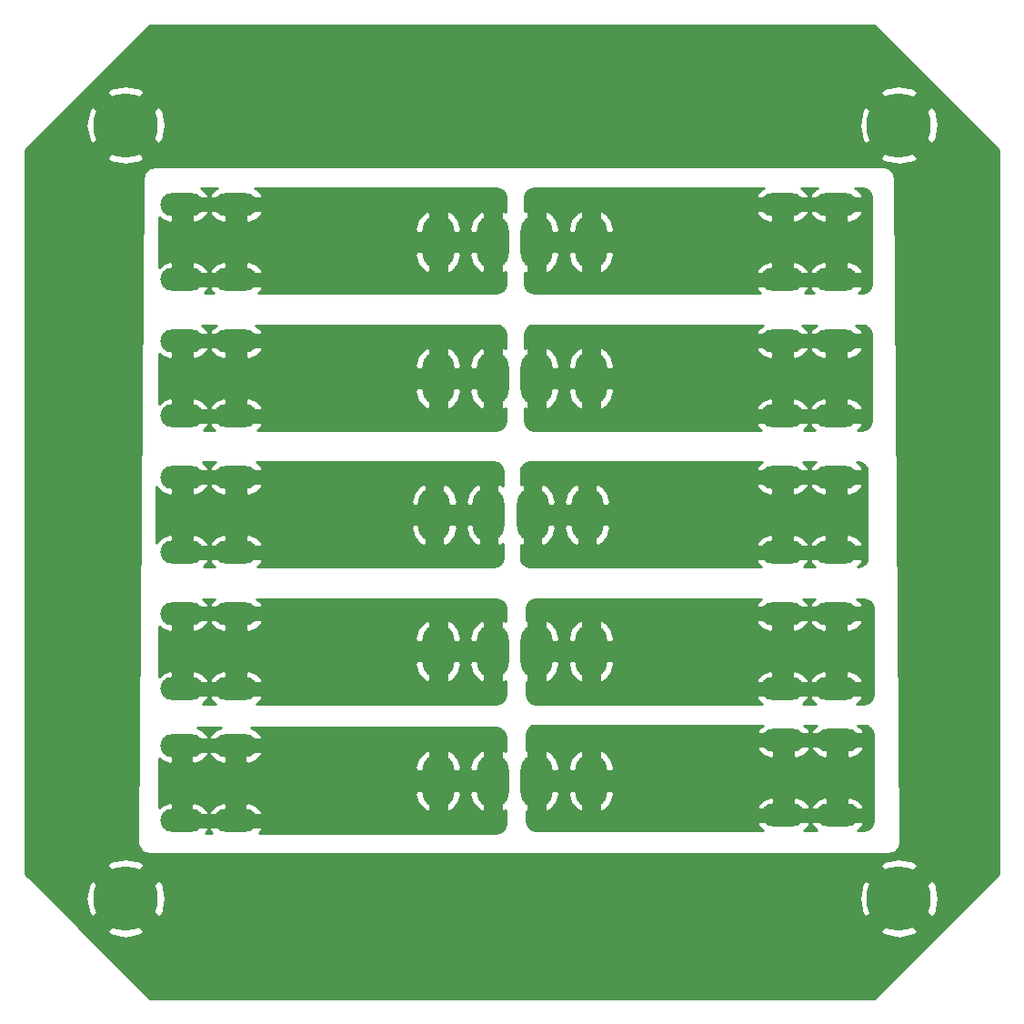
<source format=gbr>
G04 #@! TF.GenerationSoftware,KiCad,Pcbnew,(5.0.2)-1*
G04 #@! TF.CreationDate,2019-05-25T02:40:28-02:30*
G04 #@! TF.ProjectId,FusePCB,46757365-5043-4422-9e6b-696361645f70,rev?*
G04 #@! TF.SameCoordinates,Original*
G04 #@! TF.FileFunction,Copper,L1,Top*
G04 #@! TF.FilePolarity,Positive*
%FSLAX46Y46*%
G04 Gerber Fmt 4.6, Leading zero omitted, Abs format (unit mm)*
G04 Created by KiCad (PCBNEW (5.0.2)-1) date 5/25/2019 2:40:28 AM*
%MOMM*%
%LPD*%
G01*
G04 APERTURE LIST*
G04 #@! TA.AperFunction,ComponentPad*
%ADD10O,3.000000X5.000000*%
G04 #@! TD*
G04 #@! TA.AperFunction,ComponentPad*
%ADD11C,6.000000*%
G04 #@! TD*
G04 #@! TA.AperFunction,ComponentPad*
%ADD12O,4.000000X2.150000*%
G04 #@! TD*
G04 #@! TA.AperFunction,Conductor*
%ADD13C,0.254000*%
G04 #@! TD*
G04 APERTURE END LIST*
D10*
G04 #@! TO.P,F1,2*
G04 #@! TO.N,Net-(F1-Pad2)*
X89100000Y-78880000D03*
X94180000Y-78880000D03*
G04 #@! TO.P,F1,1*
G04 #@! TO.N,Net-(F1-Pad1)*
X98260000Y-78880000D03*
X103340000Y-78880000D03*
G04 #@! TD*
G04 #@! TO.P,F2,2*
G04 #@! TO.N,Net-(F2-Pad2)*
X89100000Y-91580000D03*
X94180000Y-91580000D03*
G04 #@! TO.P,F2,1*
G04 #@! TO.N,Net-(F2-Pad1)*
X98260000Y-91580000D03*
X103340000Y-91580000D03*
G04 #@! TD*
G04 #@! TO.P,F3,2*
G04 #@! TO.N,Net-(F3-Pad2)*
X88735000Y-104280000D03*
X93815000Y-104280000D03*
G04 #@! TO.P,F3,1*
G04 #@! TO.N,Net-(F3-Pad1)*
X97895000Y-104280000D03*
X102975000Y-104280000D03*
G04 #@! TD*
G04 #@! TO.P,F4,2*
G04 #@! TO.N,Net-(F4-Pad2)*
X89100000Y-116980000D03*
X94180000Y-116980000D03*
G04 #@! TO.P,F4,1*
G04 #@! TO.N,Net-(F4-Pad1)*
X98260000Y-116980000D03*
X103340000Y-116980000D03*
G04 #@! TD*
G04 #@! TO.P,F5,2*
G04 #@! TO.N,Net-(F5-Pad2)*
X89100000Y-129045000D03*
X94180000Y-129045000D03*
G04 #@! TO.P,F5,1*
G04 #@! TO.N,Net-(F5-Pad1)*
X98260000Y-129045000D03*
X103340000Y-129045000D03*
G04 #@! TD*
D11*
G04 #@! TO.P,H1,1*
G04 #@! TO.N,GND*
X132000000Y-68000000D03*
G04 #@! TD*
G04 #@! TO.P,H2,1*
G04 #@! TO.N,GND*
X60000000Y-68000000D03*
G04 #@! TD*
G04 #@! TO.P,H3,1*
G04 #@! TO.N,GND*
X132000000Y-140000000D03*
G04 #@! TD*
G04 #@! TO.P,H4,1*
G04 #@! TO.N,GND*
X60000000Y-140000000D03*
G04 #@! TD*
D12*
G04 #@! TO.P,J1,1*
G04 #@! TO.N,Net-(F1-Pad2)*
X70280000Y-82380000D03*
X70280000Y-75380000D03*
X65280000Y-75380000D03*
X65280000Y-82380000D03*
G04 #@! TD*
G04 #@! TO.P,J2,1*
G04 #@! TO.N,Net-(F2-Pad2)*
X65280000Y-95080000D03*
X65280000Y-88080000D03*
X70280000Y-88080000D03*
X70280000Y-95080000D03*
G04 #@! TD*
G04 #@! TO.P,J3,1*
G04 #@! TO.N,Net-(F3-Pad2)*
X65280000Y-107780000D03*
X65280000Y-100780000D03*
X70280000Y-100780000D03*
X70280000Y-107780000D03*
G04 #@! TD*
G04 #@! TO.P,J4,1*
G04 #@! TO.N,Net-(F4-Pad2)*
X65280000Y-120480000D03*
X65280000Y-113480000D03*
X70280000Y-113480000D03*
X70280000Y-120480000D03*
G04 #@! TD*
G04 #@! TO.P,J5,1*
G04 #@! TO.N,Net-(F5-Pad2)*
X65250000Y-132750000D03*
X65250000Y-125750000D03*
X70250000Y-125750000D03*
X70250000Y-132750000D03*
G04 #@! TD*
G04 #@! TO.P,J7,1*
G04 #@! TO.N,Net-(F1-Pad1)*
X126160000Y-82380000D03*
X126160000Y-75380000D03*
X121160000Y-75380000D03*
X121160000Y-82380000D03*
G04 #@! TD*
G04 #@! TO.P,J8,1*
G04 #@! TO.N,Net-(F2-Pad1)*
X126160000Y-95080000D03*
X126160000Y-88080000D03*
X121160000Y-88080000D03*
X121160000Y-95080000D03*
G04 #@! TD*
G04 #@! TO.P,J9,1*
G04 #@! TO.N,Net-(F3-Pad1)*
X121160000Y-100780000D03*
X121160000Y-107780000D03*
X126160000Y-107780000D03*
X126160000Y-100780000D03*
G04 #@! TD*
G04 #@! TO.P,J10,1*
G04 #@! TO.N,Net-(F4-Pad1)*
X126160000Y-120480000D03*
X126160000Y-113480000D03*
X121160000Y-113480000D03*
X121160000Y-120480000D03*
G04 #@! TD*
G04 #@! TO.P,J11,1*
G04 #@! TO.N,Net-(F5-Pad1)*
X126250000Y-132250000D03*
X126250000Y-125250000D03*
X121250000Y-125250000D03*
X121250000Y-132250000D03*
G04 #@! TD*
D13*
G04 #@! TO.N,Net-(F1-Pad2)*
G36*
X68498958Y-73883544D02*
X67991451Y-74325048D01*
X67835741Y-74595173D01*
X67899847Y-74842500D01*
X69407000Y-74842500D01*
X69407000Y-74487000D01*
X71153000Y-74487000D01*
X71153000Y-74842500D01*
X72660153Y-74842500D01*
X72724259Y-74595173D01*
X72568549Y-74325048D01*
X72061042Y-73883544D01*
X72041508Y-73877000D01*
X94487491Y-73877000D01*
X94833130Y-73945752D01*
X95115545Y-74134455D01*
X95304248Y-74416870D01*
X95373000Y-74762509D01*
X95373000Y-76103185D01*
X95233468Y-76023005D01*
X94930000Y-76051595D01*
X94930000Y-78007000D01*
X95073000Y-78007000D01*
X95073000Y-79753000D01*
X94930000Y-79753000D01*
X94930000Y-81708405D01*
X95233468Y-81736995D01*
X95373000Y-81656815D01*
X95373000Y-82737491D01*
X95304248Y-83083130D01*
X95115545Y-83365545D01*
X94833130Y-83554248D01*
X94487491Y-83623000D01*
X72352389Y-83623000D01*
X72568549Y-83434952D01*
X72724259Y-83164827D01*
X72660153Y-82917500D01*
X71153000Y-82917500D01*
X71153000Y-83273000D01*
X69407000Y-83273000D01*
X69407000Y-82917500D01*
X67899847Y-82917500D01*
X67835741Y-83164827D01*
X67991451Y-83434952D01*
X68207611Y-83623000D01*
X67352389Y-83623000D01*
X67568549Y-83434952D01*
X67724259Y-83164827D01*
X67660153Y-82917500D01*
X66153000Y-82917500D01*
X66153000Y-83273000D01*
X64407000Y-83273000D01*
X64407000Y-82917500D01*
X64387000Y-82917500D01*
X64387000Y-81842500D01*
X64407000Y-81842500D01*
X64407000Y-80815531D01*
X66153000Y-80815531D01*
X66153000Y-81842500D01*
X67660153Y-81842500D01*
X67724259Y-81595173D01*
X67835741Y-81595173D01*
X67899847Y-81842500D01*
X69407000Y-81842500D01*
X69407000Y-80815531D01*
X71153000Y-80815531D01*
X71153000Y-81842500D01*
X72660153Y-81842500D01*
X72724259Y-81595173D01*
X72568549Y-81325048D01*
X72061042Y-80883544D01*
X71423211Y-80669862D01*
X71153000Y-80815531D01*
X69407000Y-80815531D01*
X69136789Y-80669862D01*
X68498958Y-80883544D01*
X67991451Y-81325048D01*
X67835741Y-81595173D01*
X67724259Y-81595173D01*
X67568549Y-81325048D01*
X67061042Y-80883544D01*
X66423211Y-80669862D01*
X66153000Y-80815531D01*
X64407000Y-80815531D01*
X64136789Y-80669862D01*
X63498958Y-80883544D01*
X63127000Y-81207128D01*
X63127000Y-80092587D01*
X86945934Y-80092587D01*
X87191256Y-80900730D01*
X87727167Y-81553476D01*
X88046532Y-81736995D01*
X88350000Y-81708405D01*
X88350000Y-79753000D01*
X89850000Y-79753000D01*
X89850000Y-81708405D01*
X90153468Y-81736995D01*
X90472833Y-81553476D01*
X91008744Y-80900730D01*
X91254066Y-80092587D01*
X92025934Y-80092587D01*
X92271256Y-80900730D01*
X92807167Y-81553476D01*
X93126532Y-81736995D01*
X93430000Y-81708405D01*
X93430000Y-79753000D01*
X92177948Y-79753000D01*
X92025934Y-80092587D01*
X91254066Y-80092587D01*
X91102052Y-79753000D01*
X89850000Y-79753000D01*
X88350000Y-79753000D01*
X87097948Y-79753000D01*
X86945934Y-80092587D01*
X63127000Y-80092587D01*
X63127000Y-77667413D01*
X86945934Y-77667413D01*
X87097948Y-78007000D01*
X88350000Y-78007000D01*
X88350000Y-76051595D01*
X89850000Y-76051595D01*
X89850000Y-78007000D01*
X91102052Y-78007000D01*
X91254066Y-77667413D01*
X92025934Y-77667413D01*
X92177948Y-78007000D01*
X93430000Y-78007000D01*
X93430000Y-76051595D01*
X93126532Y-76023005D01*
X92807167Y-76206524D01*
X92271256Y-76859270D01*
X92025934Y-77667413D01*
X91254066Y-77667413D01*
X91008744Y-76859270D01*
X90472833Y-76206524D01*
X90153468Y-76023005D01*
X89850000Y-76051595D01*
X88350000Y-76051595D01*
X88046532Y-76023005D01*
X87727167Y-76206524D01*
X87191256Y-76859270D01*
X86945934Y-77667413D01*
X63127000Y-77667413D01*
X63127000Y-76552872D01*
X63498958Y-76876456D01*
X64136789Y-77090138D01*
X64407000Y-76944469D01*
X64407000Y-75917500D01*
X66153000Y-75917500D01*
X66153000Y-76944469D01*
X66423211Y-77090138D01*
X67061042Y-76876456D01*
X67568549Y-76434952D01*
X67724259Y-76164827D01*
X67835741Y-76164827D01*
X67991451Y-76434952D01*
X68498958Y-76876456D01*
X69136789Y-77090138D01*
X69407000Y-76944469D01*
X69407000Y-75917500D01*
X71153000Y-75917500D01*
X71153000Y-76944469D01*
X71423211Y-77090138D01*
X72061042Y-76876456D01*
X72568549Y-76434952D01*
X72724259Y-76164827D01*
X72660153Y-75917500D01*
X71153000Y-75917500D01*
X69407000Y-75917500D01*
X67899847Y-75917500D01*
X67835741Y-76164827D01*
X67724259Y-76164827D01*
X67660153Y-75917500D01*
X66153000Y-75917500D01*
X64407000Y-75917500D01*
X64387000Y-75917500D01*
X64387000Y-74842500D01*
X64407000Y-74842500D01*
X64407000Y-74487000D01*
X66153000Y-74487000D01*
X66153000Y-74842500D01*
X67660153Y-74842500D01*
X67724259Y-74595173D01*
X67568549Y-74325048D01*
X67061042Y-73883544D01*
X67041508Y-73877000D01*
X68518492Y-73877000D01*
X68498958Y-73883544D01*
X68498958Y-73883544D01*
G37*
X68498958Y-73883544D02*
X67991451Y-74325048D01*
X67835741Y-74595173D01*
X67899847Y-74842500D01*
X69407000Y-74842500D01*
X69407000Y-74487000D01*
X71153000Y-74487000D01*
X71153000Y-74842500D01*
X72660153Y-74842500D01*
X72724259Y-74595173D01*
X72568549Y-74325048D01*
X72061042Y-73883544D01*
X72041508Y-73877000D01*
X94487491Y-73877000D01*
X94833130Y-73945752D01*
X95115545Y-74134455D01*
X95304248Y-74416870D01*
X95373000Y-74762509D01*
X95373000Y-76103185D01*
X95233468Y-76023005D01*
X94930000Y-76051595D01*
X94930000Y-78007000D01*
X95073000Y-78007000D01*
X95073000Y-79753000D01*
X94930000Y-79753000D01*
X94930000Y-81708405D01*
X95233468Y-81736995D01*
X95373000Y-81656815D01*
X95373000Y-82737491D01*
X95304248Y-83083130D01*
X95115545Y-83365545D01*
X94833130Y-83554248D01*
X94487491Y-83623000D01*
X72352389Y-83623000D01*
X72568549Y-83434952D01*
X72724259Y-83164827D01*
X72660153Y-82917500D01*
X71153000Y-82917500D01*
X71153000Y-83273000D01*
X69407000Y-83273000D01*
X69407000Y-82917500D01*
X67899847Y-82917500D01*
X67835741Y-83164827D01*
X67991451Y-83434952D01*
X68207611Y-83623000D01*
X67352389Y-83623000D01*
X67568549Y-83434952D01*
X67724259Y-83164827D01*
X67660153Y-82917500D01*
X66153000Y-82917500D01*
X66153000Y-83273000D01*
X64407000Y-83273000D01*
X64407000Y-82917500D01*
X64387000Y-82917500D01*
X64387000Y-81842500D01*
X64407000Y-81842500D01*
X64407000Y-80815531D01*
X66153000Y-80815531D01*
X66153000Y-81842500D01*
X67660153Y-81842500D01*
X67724259Y-81595173D01*
X67835741Y-81595173D01*
X67899847Y-81842500D01*
X69407000Y-81842500D01*
X69407000Y-80815531D01*
X71153000Y-80815531D01*
X71153000Y-81842500D01*
X72660153Y-81842500D01*
X72724259Y-81595173D01*
X72568549Y-81325048D01*
X72061042Y-80883544D01*
X71423211Y-80669862D01*
X71153000Y-80815531D01*
X69407000Y-80815531D01*
X69136789Y-80669862D01*
X68498958Y-80883544D01*
X67991451Y-81325048D01*
X67835741Y-81595173D01*
X67724259Y-81595173D01*
X67568549Y-81325048D01*
X67061042Y-80883544D01*
X66423211Y-80669862D01*
X66153000Y-80815531D01*
X64407000Y-80815531D01*
X64136789Y-80669862D01*
X63498958Y-80883544D01*
X63127000Y-81207128D01*
X63127000Y-80092587D01*
X86945934Y-80092587D01*
X87191256Y-80900730D01*
X87727167Y-81553476D01*
X88046532Y-81736995D01*
X88350000Y-81708405D01*
X88350000Y-79753000D01*
X89850000Y-79753000D01*
X89850000Y-81708405D01*
X90153468Y-81736995D01*
X90472833Y-81553476D01*
X91008744Y-80900730D01*
X91254066Y-80092587D01*
X92025934Y-80092587D01*
X92271256Y-80900730D01*
X92807167Y-81553476D01*
X93126532Y-81736995D01*
X93430000Y-81708405D01*
X93430000Y-79753000D01*
X92177948Y-79753000D01*
X92025934Y-80092587D01*
X91254066Y-80092587D01*
X91102052Y-79753000D01*
X89850000Y-79753000D01*
X88350000Y-79753000D01*
X87097948Y-79753000D01*
X86945934Y-80092587D01*
X63127000Y-80092587D01*
X63127000Y-77667413D01*
X86945934Y-77667413D01*
X87097948Y-78007000D01*
X88350000Y-78007000D01*
X88350000Y-76051595D01*
X89850000Y-76051595D01*
X89850000Y-78007000D01*
X91102052Y-78007000D01*
X91254066Y-77667413D01*
X92025934Y-77667413D01*
X92177948Y-78007000D01*
X93430000Y-78007000D01*
X93430000Y-76051595D01*
X93126532Y-76023005D01*
X92807167Y-76206524D01*
X92271256Y-76859270D01*
X92025934Y-77667413D01*
X91254066Y-77667413D01*
X91008744Y-76859270D01*
X90472833Y-76206524D01*
X90153468Y-76023005D01*
X89850000Y-76051595D01*
X88350000Y-76051595D01*
X88046532Y-76023005D01*
X87727167Y-76206524D01*
X87191256Y-76859270D01*
X86945934Y-77667413D01*
X63127000Y-77667413D01*
X63127000Y-76552872D01*
X63498958Y-76876456D01*
X64136789Y-77090138D01*
X64407000Y-76944469D01*
X64407000Y-75917500D01*
X66153000Y-75917500D01*
X66153000Y-76944469D01*
X66423211Y-77090138D01*
X67061042Y-76876456D01*
X67568549Y-76434952D01*
X67724259Y-76164827D01*
X67835741Y-76164827D01*
X67991451Y-76434952D01*
X68498958Y-76876456D01*
X69136789Y-77090138D01*
X69407000Y-76944469D01*
X69407000Y-75917500D01*
X71153000Y-75917500D01*
X71153000Y-76944469D01*
X71423211Y-77090138D01*
X72061042Y-76876456D01*
X72568549Y-76434952D01*
X72724259Y-76164827D01*
X72660153Y-75917500D01*
X71153000Y-75917500D01*
X69407000Y-75917500D01*
X67899847Y-75917500D01*
X67835741Y-76164827D01*
X67724259Y-76164827D01*
X67660153Y-75917500D01*
X66153000Y-75917500D01*
X64407000Y-75917500D01*
X64387000Y-75917500D01*
X64387000Y-74842500D01*
X64407000Y-74842500D01*
X64407000Y-74487000D01*
X66153000Y-74487000D01*
X66153000Y-74842500D01*
X67660153Y-74842500D01*
X67724259Y-74595173D01*
X67568549Y-74325048D01*
X67061042Y-73883544D01*
X67041508Y-73877000D01*
X68518492Y-73877000D01*
X68498958Y-73883544D01*
G04 #@! TO.N,Net-(F1-Pad1)*
G36*
X119378958Y-73883544D02*
X118871451Y-74325048D01*
X118715741Y-74595173D01*
X118779847Y-74842500D01*
X120287000Y-74842500D01*
X120287000Y-74487000D01*
X122033000Y-74487000D01*
X122033000Y-74842500D01*
X123540153Y-74842500D01*
X123604259Y-74595173D01*
X123448549Y-74325048D01*
X122941042Y-73883544D01*
X122921508Y-73877000D01*
X124398492Y-73877000D01*
X124378958Y-73883544D01*
X123871451Y-74325048D01*
X123715741Y-74595173D01*
X123779847Y-74842500D01*
X125287000Y-74842500D01*
X125287000Y-74487000D01*
X127033000Y-74487000D01*
X127033000Y-74842500D01*
X128540153Y-74842500D01*
X128604259Y-74595173D01*
X128448549Y-74325048D01*
X127941042Y-73883544D01*
X127921508Y-73877000D01*
X128545948Y-73877000D01*
X128891587Y-73945752D01*
X129174002Y-74134455D01*
X129362705Y-74416870D01*
X129431457Y-74762509D01*
X129431457Y-82737491D01*
X129362705Y-83083130D01*
X129174002Y-83365545D01*
X128891587Y-83554248D01*
X128545948Y-83623000D01*
X128232389Y-83623000D01*
X128448549Y-83434952D01*
X128604259Y-83164827D01*
X128540153Y-82917500D01*
X127033000Y-82917500D01*
X127033000Y-83273000D01*
X125287000Y-83273000D01*
X125287000Y-82917500D01*
X123779847Y-82917500D01*
X123715741Y-83164827D01*
X123871451Y-83434952D01*
X124087611Y-83623000D01*
X123232389Y-83623000D01*
X123448549Y-83434952D01*
X123604259Y-83164827D01*
X123540153Y-82917500D01*
X122033000Y-82917500D01*
X122033000Y-83273000D01*
X120287000Y-83273000D01*
X120287000Y-82917500D01*
X118779847Y-82917500D01*
X118715741Y-83164827D01*
X118871451Y-83434952D01*
X119087611Y-83623000D01*
X98070966Y-83623000D01*
X97725327Y-83554248D01*
X97442912Y-83365545D01*
X97254209Y-83083130D01*
X97185457Y-82737491D01*
X97185457Y-81724885D01*
X97206532Y-81736995D01*
X97510000Y-81708405D01*
X97510000Y-79753000D01*
X99010000Y-79753000D01*
X99010000Y-81708405D01*
X99313468Y-81736995D01*
X99632833Y-81553476D01*
X100168744Y-80900730D01*
X100414066Y-80092587D01*
X101185934Y-80092587D01*
X101431256Y-80900730D01*
X101967167Y-81553476D01*
X102286532Y-81736995D01*
X102590000Y-81708405D01*
X102590000Y-79753000D01*
X104090000Y-79753000D01*
X104090000Y-81708405D01*
X104393468Y-81736995D01*
X104640270Y-81595173D01*
X118715741Y-81595173D01*
X118779847Y-81842500D01*
X120287000Y-81842500D01*
X120287000Y-80815531D01*
X122033000Y-80815531D01*
X122033000Y-81842500D01*
X123540153Y-81842500D01*
X123604259Y-81595173D01*
X123715741Y-81595173D01*
X123779847Y-81842500D01*
X125287000Y-81842500D01*
X125287000Y-80815531D01*
X127033000Y-80815531D01*
X127033000Y-81842500D01*
X128540153Y-81842500D01*
X128604259Y-81595173D01*
X128448549Y-81325048D01*
X127941042Y-80883544D01*
X127303211Y-80669862D01*
X127033000Y-80815531D01*
X125287000Y-80815531D01*
X125016789Y-80669862D01*
X124378958Y-80883544D01*
X123871451Y-81325048D01*
X123715741Y-81595173D01*
X123604259Y-81595173D01*
X123448549Y-81325048D01*
X122941042Y-80883544D01*
X122303211Y-80669862D01*
X122033000Y-80815531D01*
X120287000Y-80815531D01*
X120016789Y-80669862D01*
X119378958Y-80883544D01*
X118871451Y-81325048D01*
X118715741Y-81595173D01*
X104640270Y-81595173D01*
X104712833Y-81553476D01*
X105248744Y-80900730D01*
X105494066Y-80092587D01*
X105342052Y-79753000D01*
X104090000Y-79753000D01*
X102590000Y-79753000D01*
X101337948Y-79753000D01*
X101185934Y-80092587D01*
X100414066Y-80092587D01*
X100262052Y-79753000D01*
X99010000Y-79753000D01*
X97510000Y-79753000D01*
X97367000Y-79753000D01*
X97367000Y-78007000D01*
X97510000Y-78007000D01*
X97510000Y-76051595D01*
X99010000Y-76051595D01*
X99010000Y-78007000D01*
X100262052Y-78007000D01*
X100414066Y-77667413D01*
X101185934Y-77667413D01*
X101337948Y-78007000D01*
X102590000Y-78007000D01*
X102590000Y-76051595D01*
X104090000Y-76051595D01*
X104090000Y-78007000D01*
X105342052Y-78007000D01*
X105494066Y-77667413D01*
X105248744Y-76859270D01*
X104712833Y-76206524D01*
X104640271Y-76164827D01*
X118715741Y-76164827D01*
X118871451Y-76434952D01*
X119378958Y-76876456D01*
X120016789Y-77090138D01*
X120287000Y-76944469D01*
X120287000Y-75917500D01*
X122033000Y-75917500D01*
X122033000Y-76944469D01*
X122303211Y-77090138D01*
X122941042Y-76876456D01*
X123448549Y-76434952D01*
X123604259Y-76164827D01*
X123715741Y-76164827D01*
X123871451Y-76434952D01*
X124378958Y-76876456D01*
X125016789Y-77090138D01*
X125287000Y-76944469D01*
X125287000Y-75917500D01*
X127033000Y-75917500D01*
X127033000Y-76944469D01*
X127303211Y-77090138D01*
X127941042Y-76876456D01*
X128448549Y-76434952D01*
X128604259Y-76164827D01*
X128540153Y-75917500D01*
X127033000Y-75917500D01*
X125287000Y-75917500D01*
X123779847Y-75917500D01*
X123715741Y-76164827D01*
X123604259Y-76164827D01*
X123540153Y-75917500D01*
X122033000Y-75917500D01*
X120287000Y-75917500D01*
X118779847Y-75917500D01*
X118715741Y-76164827D01*
X104640271Y-76164827D01*
X104393468Y-76023005D01*
X104090000Y-76051595D01*
X102590000Y-76051595D01*
X102286532Y-76023005D01*
X101967167Y-76206524D01*
X101431256Y-76859270D01*
X101185934Y-77667413D01*
X100414066Y-77667413D01*
X100168744Y-76859270D01*
X99632833Y-76206524D01*
X99313468Y-76023005D01*
X99010000Y-76051595D01*
X97510000Y-76051595D01*
X97206532Y-76023005D01*
X97185457Y-76035115D01*
X97185457Y-74762509D01*
X97254209Y-74416870D01*
X97442912Y-74134455D01*
X97725327Y-73945752D01*
X98070966Y-73877000D01*
X119398492Y-73877000D01*
X119378958Y-73883544D01*
X119378958Y-73883544D01*
G37*
X119378958Y-73883544D02*
X118871451Y-74325048D01*
X118715741Y-74595173D01*
X118779847Y-74842500D01*
X120287000Y-74842500D01*
X120287000Y-74487000D01*
X122033000Y-74487000D01*
X122033000Y-74842500D01*
X123540153Y-74842500D01*
X123604259Y-74595173D01*
X123448549Y-74325048D01*
X122941042Y-73883544D01*
X122921508Y-73877000D01*
X124398492Y-73877000D01*
X124378958Y-73883544D01*
X123871451Y-74325048D01*
X123715741Y-74595173D01*
X123779847Y-74842500D01*
X125287000Y-74842500D01*
X125287000Y-74487000D01*
X127033000Y-74487000D01*
X127033000Y-74842500D01*
X128540153Y-74842500D01*
X128604259Y-74595173D01*
X128448549Y-74325048D01*
X127941042Y-73883544D01*
X127921508Y-73877000D01*
X128545948Y-73877000D01*
X128891587Y-73945752D01*
X129174002Y-74134455D01*
X129362705Y-74416870D01*
X129431457Y-74762509D01*
X129431457Y-82737491D01*
X129362705Y-83083130D01*
X129174002Y-83365545D01*
X128891587Y-83554248D01*
X128545948Y-83623000D01*
X128232389Y-83623000D01*
X128448549Y-83434952D01*
X128604259Y-83164827D01*
X128540153Y-82917500D01*
X127033000Y-82917500D01*
X127033000Y-83273000D01*
X125287000Y-83273000D01*
X125287000Y-82917500D01*
X123779847Y-82917500D01*
X123715741Y-83164827D01*
X123871451Y-83434952D01*
X124087611Y-83623000D01*
X123232389Y-83623000D01*
X123448549Y-83434952D01*
X123604259Y-83164827D01*
X123540153Y-82917500D01*
X122033000Y-82917500D01*
X122033000Y-83273000D01*
X120287000Y-83273000D01*
X120287000Y-82917500D01*
X118779847Y-82917500D01*
X118715741Y-83164827D01*
X118871451Y-83434952D01*
X119087611Y-83623000D01*
X98070966Y-83623000D01*
X97725327Y-83554248D01*
X97442912Y-83365545D01*
X97254209Y-83083130D01*
X97185457Y-82737491D01*
X97185457Y-81724885D01*
X97206532Y-81736995D01*
X97510000Y-81708405D01*
X97510000Y-79753000D01*
X99010000Y-79753000D01*
X99010000Y-81708405D01*
X99313468Y-81736995D01*
X99632833Y-81553476D01*
X100168744Y-80900730D01*
X100414066Y-80092587D01*
X101185934Y-80092587D01*
X101431256Y-80900730D01*
X101967167Y-81553476D01*
X102286532Y-81736995D01*
X102590000Y-81708405D01*
X102590000Y-79753000D01*
X104090000Y-79753000D01*
X104090000Y-81708405D01*
X104393468Y-81736995D01*
X104640270Y-81595173D01*
X118715741Y-81595173D01*
X118779847Y-81842500D01*
X120287000Y-81842500D01*
X120287000Y-80815531D01*
X122033000Y-80815531D01*
X122033000Y-81842500D01*
X123540153Y-81842500D01*
X123604259Y-81595173D01*
X123715741Y-81595173D01*
X123779847Y-81842500D01*
X125287000Y-81842500D01*
X125287000Y-80815531D01*
X127033000Y-80815531D01*
X127033000Y-81842500D01*
X128540153Y-81842500D01*
X128604259Y-81595173D01*
X128448549Y-81325048D01*
X127941042Y-80883544D01*
X127303211Y-80669862D01*
X127033000Y-80815531D01*
X125287000Y-80815531D01*
X125016789Y-80669862D01*
X124378958Y-80883544D01*
X123871451Y-81325048D01*
X123715741Y-81595173D01*
X123604259Y-81595173D01*
X123448549Y-81325048D01*
X122941042Y-80883544D01*
X122303211Y-80669862D01*
X122033000Y-80815531D01*
X120287000Y-80815531D01*
X120016789Y-80669862D01*
X119378958Y-80883544D01*
X118871451Y-81325048D01*
X118715741Y-81595173D01*
X104640270Y-81595173D01*
X104712833Y-81553476D01*
X105248744Y-80900730D01*
X105494066Y-80092587D01*
X105342052Y-79753000D01*
X104090000Y-79753000D01*
X102590000Y-79753000D01*
X101337948Y-79753000D01*
X101185934Y-80092587D01*
X100414066Y-80092587D01*
X100262052Y-79753000D01*
X99010000Y-79753000D01*
X97510000Y-79753000D01*
X97367000Y-79753000D01*
X97367000Y-78007000D01*
X97510000Y-78007000D01*
X97510000Y-76051595D01*
X99010000Y-76051595D01*
X99010000Y-78007000D01*
X100262052Y-78007000D01*
X100414066Y-77667413D01*
X101185934Y-77667413D01*
X101337948Y-78007000D01*
X102590000Y-78007000D01*
X102590000Y-76051595D01*
X104090000Y-76051595D01*
X104090000Y-78007000D01*
X105342052Y-78007000D01*
X105494066Y-77667413D01*
X105248744Y-76859270D01*
X104712833Y-76206524D01*
X104640271Y-76164827D01*
X118715741Y-76164827D01*
X118871451Y-76434952D01*
X119378958Y-76876456D01*
X120016789Y-77090138D01*
X120287000Y-76944469D01*
X120287000Y-75917500D01*
X122033000Y-75917500D01*
X122033000Y-76944469D01*
X122303211Y-77090138D01*
X122941042Y-76876456D01*
X123448549Y-76434952D01*
X123604259Y-76164827D01*
X123715741Y-76164827D01*
X123871451Y-76434952D01*
X124378958Y-76876456D01*
X125016789Y-77090138D01*
X125287000Y-76944469D01*
X125287000Y-75917500D01*
X127033000Y-75917500D01*
X127033000Y-76944469D01*
X127303211Y-77090138D01*
X127941042Y-76876456D01*
X128448549Y-76434952D01*
X128604259Y-76164827D01*
X128540153Y-75917500D01*
X127033000Y-75917500D01*
X125287000Y-75917500D01*
X123779847Y-75917500D01*
X123715741Y-76164827D01*
X123604259Y-76164827D01*
X123540153Y-75917500D01*
X122033000Y-75917500D01*
X120287000Y-75917500D01*
X118779847Y-75917500D01*
X118715741Y-76164827D01*
X104640271Y-76164827D01*
X104393468Y-76023005D01*
X104090000Y-76051595D01*
X102590000Y-76051595D01*
X102286532Y-76023005D01*
X101967167Y-76206524D01*
X101431256Y-76859270D01*
X101185934Y-77667413D01*
X100414066Y-77667413D01*
X100168744Y-76859270D01*
X99632833Y-76206524D01*
X99313468Y-76023005D01*
X99010000Y-76051595D01*
X97510000Y-76051595D01*
X97206532Y-76023005D01*
X97185457Y-76035115D01*
X97185457Y-74762509D01*
X97254209Y-74416870D01*
X97442912Y-74134455D01*
X97725327Y-73945752D01*
X98070966Y-73877000D01*
X119398492Y-73877000D01*
X119378958Y-73883544D01*
G04 #@! TO.N,Net-(F2-Pad2)*
G36*
X67991451Y-87025048D02*
X67835741Y-87295173D01*
X67899847Y-87542500D01*
X69407000Y-87542500D01*
X69407000Y-87187000D01*
X71153000Y-87187000D01*
X71153000Y-87542500D01*
X72660153Y-87542500D01*
X72724259Y-87295173D01*
X72568549Y-87025048D01*
X72110994Y-86627000D01*
X94487491Y-86627000D01*
X94833130Y-86695752D01*
X95115545Y-86884455D01*
X95304248Y-87166870D01*
X95373000Y-87512509D01*
X95373000Y-88803185D01*
X95233468Y-88723005D01*
X94930000Y-88751595D01*
X94930000Y-90707000D01*
X95073000Y-90707000D01*
X95073000Y-92453000D01*
X94930000Y-92453000D01*
X94930000Y-94408405D01*
X95233468Y-94436995D01*
X95373000Y-94356815D01*
X95373000Y-95487491D01*
X95304248Y-95833130D01*
X95115545Y-96115545D01*
X94833130Y-96304248D01*
X94487491Y-96373000D01*
X72294914Y-96373000D01*
X72568549Y-96134952D01*
X72724259Y-95864827D01*
X72660153Y-95617500D01*
X71153000Y-95617500D01*
X71153000Y-95973000D01*
X69407000Y-95973000D01*
X69407000Y-95617500D01*
X67899847Y-95617500D01*
X67835741Y-95864827D01*
X67991451Y-96134952D01*
X68265086Y-96373000D01*
X67294914Y-96373000D01*
X67568549Y-96134952D01*
X67724259Y-95864827D01*
X67660153Y-95617500D01*
X66153000Y-95617500D01*
X66153000Y-95973000D01*
X64407000Y-95973000D01*
X64407000Y-95617500D01*
X64387000Y-95617500D01*
X64387000Y-94542500D01*
X64407000Y-94542500D01*
X64407000Y-93515531D01*
X66153000Y-93515531D01*
X66153000Y-94542500D01*
X67660153Y-94542500D01*
X67724259Y-94295173D01*
X67835741Y-94295173D01*
X67899847Y-94542500D01*
X69407000Y-94542500D01*
X69407000Y-93515531D01*
X71153000Y-93515531D01*
X71153000Y-94542500D01*
X72660153Y-94542500D01*
X72724259Y-94295173D01*
X72568549Y-94025048D01*
X72061042Y-93583544D01*
X71423211Y-93369862D01*
X71153000Y-93515531D01*
X69407000Y-93515531D01*
X69136789Y-93369862D01*
X68498958Y-93583544D01*
X67991451Y-94025048D01*
X67835741Y-94295173D01*
X67724259Y-94295173D01*
X67568549Y-94025048D01*
X67061042Y-93583544D01*
X66423211Y-93369862D01*
X66153000Y-93515531D01*
X64407000Y-93515531D01*
X64136789Y-93369862D01*
X63498958Y-93583544D01*
X63127000Y-93907128D01*
X63127000Y-92792587D01*
X86945934Y-92792587D01*
X87191256Y-93600730D01*
X87727167Y-94253476D01*
X88046532Y-94436995D01*
X88350000Y-94408405D01*
X88350000Y-92453000D01*
X89850000Y-92453000D01*
X89850000Y-94408405D01*
X90153468Y-94436995D01*
X90472833Y-94253476D01*
X91008744Y-93600730D01*
X91254066Y-92792587D01*
X92025934Y-92792587D01*
X92271256Y-93600730D01*
X92807167Y-94253476D01*
X93126532Y-94436995D01*
X93430000Y-94408405D01*
X93430000Y-92453000D01*
X92177948Y-92453000D01*
X92025934Y-92792587D01*
X91254066Y-92792587D01*
X91102052Y-92453000D01*
X89850000Y-92453000D01*
X88350000Y-92453000D01*
X87097948Y-92453000D01*
X86945934Y-92792587D01*
X63127000Y-92792587D01*
X63127000Y-90367413D01*
X86945934Y-90367413D01*
X87097948Y-90707000D01*
X88350000Y-90707000D01*
X88350000Y-88751595D01*
X89850000Y-88751595D01*
X89850000Y-90707000D01*
X91102052Y-90707000D01*
X91254066Y-90367413D01*
X92025934Y-90367413D01*
X92177948Y-90707000D01*
X93430000Y-90707000D01*
X93430000Y-88751595D01*
X93126532Y-88723005D01*
X92807167Y-88906524D01*
X92271256Y-89559270D01*
X92025934Y-90367413D01*
X91254066Y-90367413D01*
X91008744Y-89559270D01*
X90472833Y-88906524D01*
X90153468Y-88723005D01*
X89850000Y-88751595D01*
X88350000Y-88751595D01*
X88046532Y-88723005D01*
X87727167Y-88906524D01*
X87191256Y-89559270D01*
X86945934Y-90367413D01*
X63127000Y-90367413D01*
X63127000Y-89252872D01*
X63498958Y-89576456D01*
X64136789Y-89790138D01*
X64407000Y-89644469D01*
X64407000Y-88617500D01*
X66153000Y-88617500D01*
X66153000Y-89644469D01*
X66423211Y-89790138D01*
X67061042Y-89576456D01*
X67568549Y-89134952D01*
X67724259Y-88864827D01*
X67835741Y-88864827D01*
X67991451Y-89134952D01*
X68498958Y-89576456D01*
X69136789Y-89790138D01*
X69407000Y-89644469D01*
X69407000Y-88617500D01*
X71153000Y-88617500D01*
X71153000Y-89644469D01*
X71423211Y-89790138D01*
X72061042Y-89576456D01*
X72568549Y-89134952D01*
X72724259Y-88864827D01*
X72660153Y-88617500D01*
X71153000Y-88617500D01*
X69407000Y-88617500D01*
X67899847Y-88617500D01*
X67835741Y-88864827D01*
X67724259Y-88864827D01*
X67660153Y-88617500D01*
X66153000Y-88617500D01*
X64407000Y-88617500D01*
X64387000Y-88617500D01*
X64387000Y-87542500D01*
X64407000Y-87542500D01*
X64407000Y-87187000D01*
X66153000Y-87187000D01*
X66153000Y-87542500D01*
X67660153Y-87542500D01*
X67724259Y-87295173D01*
X67568549Y-87025048D01*
X67110994Y-86627000D01*
X68449006Y-86627000D01*
X67991451Y-87025048D01*
X67991451Y-87025048D01*
G37*
X67991451Y-87025048D02*
X67835741Y-87295173D01*
X67899847Y-87542500D01*
X69407000Y-87542500D01*
X69407000Y-87187000D01*
X71153000Y-87187000D01*
X71153000Y-87542500D01*
X72660153Y-87542500D01*
X72724259Y-87295173D01*
X72568549Y-87025048D01*
X72110994Y-86627000D01*
X94487491Y-86627000D01*
X94833130Y-86695752D01*
X95115545Y-86884455D01*
X95304248Y-87166870D01*
X95373000Y-87512509D01*
X95373000Y-88803185D01*
X95233468Y-88723005D01*
X94930000Y-88751595D01*
X94930000Y-90707000D01*
X95073000Y-90707000D01*
X95073000Y-92453000D01*
X94930000Y-92453000D01*
X94930000Y-94408405D01*
X95233468Y-94436995D01*
X95373000Y-94356815D01*
X95373000Y-95487491D01*
X95304248Y-95833130D01*
X95115545Y-96115545D01*
X94833130Y-96304248D01*
X94487491Y-96373000D01*
X72294914Y-96373000D01*
X72568549Y-96134952D01*
X72724259Y-95864827D01*
X72660153Y-95617500D01*
X71153000Y-95617500D01*
X71153000Y-95973000D01*
X69407000Y-95973000D01*
X69407000Y-95617500D01*
X67899847Y-95617500D01*
X67835741Y-95864827D01*
X67991451Y-96134952D01*
X68265086Y-96373000D01*
X67294914Y-96373000D01*
X67568549Y-96134952D01*
X67724259Y-95864827D01*
X67660153Y-95617500D01*
X66153000Y-95617500D01*
X66153000Y-95973000D01*
X64407000Y-95973000D01*
X64407000Y-95617500D01*
X64387000Y-95617500D01*
X64387000Y-94542500D01*
X64407000Y-94542500D01*
X64407000Y-93515531D01*
X66153000Y-93515531D01*
X66153000Y-94542500D01*
X67660153Y-94542500D01*
X67724259Y-94295173D01*
X67835741Y-94295173D01*
X67899847Y-94542500D01*
X69407000Y-94542500D01*
X69407000Y-93515531D01*
X71153000Y-93515531D01*
X71153000Y-94542500D01*
X72660153Y-94542500D01*
X72724259Y-94295173D01*
X72568549Y-94025048D01*
X72061042Y-93583544D01*
X71423211Y-93369862D01*
X71153000Y-93515531D01*
X69407000Y-93515531D01*
X69136789Y-93369862D01*
X68498958Y-93583544D01*
X67991451Y-94025048D01*
X67835741Y-94295173D01*
X67724259Y-94295173D01*
X67568549Y-94025048D01*
X67061042Y-93583544D01*
X66423211Y-93369862D01*
X66153000Y-93515531D01*
X64407000Y-93515531D01*
X64136789Y-93369862D01*
X63498958Y-93583544D01*
X63127000Y-93907128D01*
X63127000Y-92792587D01*
X86945934Y-92792587D01*
X87191256Y-93600730D01*
X87727167Y-94253476D01*
X88046532Y-94436995D01*
X88350000Y-94408405D01*
X88350000Y-92453000D01*
X89850000Y-92453000D01*
X89850000Y-94408405D01*
X90153468Y-94436995D01*
X90472833Y-94253476D01*
X91008744Y-93600730D01*
X91254066Y-92792587D01*
X92025934Y-92792587D01*
X92271256Y-93600730D01*
X92807167Y-94253476D01*
X93126532Y-94436995D01*
X93430000Y-94408405D01*
X93430000Y-92453000D01*
X92177948Y-92453000D01*
X92025934Y-92792587D01*
X91254066Y-92792587D01*
X91102052Y-92453000D01*
X89850000Y-92453000D01*
X88350000Y-92453000D01*
X87097948Y-92453000D01*
X86945934Y-92792587D01*
X63127000Y-92792587D01*
X63127000Y-90367413D01*
X86945934Y-90367413D01*
X87097948Y-90707000D01*
X88350000Y-90707000D01*
X88350000Y-88751595D01*
X89850000Y-88751595D01*
X89850000Y-90707000D01*
X91102052Y-90707000D01*
X91254066Y-90367413D01*
X92025934Y-90367413D01*
X92177948Y-90707000D01*
X93430000Y-90707000D01*
X93430000Y-88751595D01*
X93126532Y-88723005D01*
X92807167Y-88906524D01*
X92271256Y-89559270D01*
X92025934Y-90367413D01*
X91254066Y-90367413D01*
X91008744Y-89559270D01*
X90472833Y-88906524D01*
X90153468Y-88723005D01*
X89850000Y-88751595D01*
X88350000Y-88751595D01*
X88046532Y-88723005D01*
X87727167Y-88906524D01*
X87191256Y-89559270D01*
X86945934Y-90367413D01*
X63127000Y-90367413D01*
X63127000Y-89252872D01*
X63498958Y-89576456D01*
X64136789Y-89790138D01*
X64407000Y-89644469D01*
X64407000Y-88617500D01*
X66153000Y-88617500D01*
X66153000Y-89644469D01*
X66423211Y-89790138D01*
X67061042Y-89576456D01*
X67568549Y-89134952D01*
X67724259Y-88864827D01*
X67835741Y-88864827D01*
X67991451Y-89134952D01*
X68498958Y-89576456D01*
X69136789Y-89790138D01*
X69407000Y-89644469D01*
X69407000Y-88617500D01*
X71153000Y-88617500D01*
X71153000Y-89644469D01*
X71423211Y-89790138D01*
X72061042Y-89576456D01*
X72568549Y-89134952D01*
X72724259Y-88864827D01*
X72660153Y-88617500D01*
X71153000Y-88617500D01*
X69407000Y-88617500D01*
X67899847Y-88617500D01*
X67835741Y-88864827D01*
X67724259Y-88864827D01*
X67660153Y-88617500D01*
X66153000Y-88617500D01*
X64407000Y-88617500D01*
X64387000Y-88617500D01*
X64387000Y-87542500D01*
X64407000Y-87542500D01*
X64407000Y-87187000D01*
X66153000Y-87187000D01*
X66153000Y-87542500D01*
X67660153Y-87542500D01*
X67724259Y-87295173D01*
X67568549Y-87025048D01*
X67110994Y-86627000D01*
X68449006Y-86627000D01*
X67991451Y-87025048D01*
G04 #@! TO.N,Net-(F3-Pad2)*
G36*
X67991451Y-99725048D02*
X67835741Y-99995173D01*
X67899847Y-100242500D01*
X69407000Y-100242500D01*
X69407000Y-99887000D01*
X71153000Y-99887000D01*
X71153000Y-100242500D01*
X72660153Y-100242500D01*
X72724259Y-99995173D01*
X72568549Y-99725048D01*
X72168469Y-99377000D01*
X94237491Y-99377000D01*
X94583130Y-99445752D01*
X94865545Y-99634455D01*
X95054248Y-99916870D01*
X95123000Y-100262509D01*
X95123000Y-101569269D01*
X94868468Y-101423005D01*
X94565000Y-101451595D01*
X94565000Y-103407000D01*
X94708000Y-103407000D01*
X94708000Y-105153000D01*
X94565000Y-105153000D01*
X94565000Y-107108405D01*
X94868468Y-107136995D01*
X95123000Y-106990731D01*
X95123000Y-108237491D01*
X95054248Y-108583130D01*
X94865545Y-108865545D01*
X94583130Y-109054248D01*
X94237491Y-109123000D01*
X72237439Y-109123000D01*
X72568549Y-108834952D01*
X72724259Y-108564827D01*
X72660153Y-108317500D01*
X71153000Y-108317500D01*
X71153000Y-108673000D01*
X69407000Y-108673000D01*
X69407000Y-108317500D01*
X67899847Y-108317500D01*
X67835741Y-108564827D01*
X67991451Y-108834952D01*
X68322561Y-109123000D01*
X67237439Y-109123000D01*
X67568549Y-108834952D01*
X67724259Y-108564827D01*
X67660153Y-108317500D01*
X66153000Y-108317500D01*
X66153000Y-108673000D01*
X64407000Y-108673000D01*
X64407000Y-108317500D01*
X64387000Y-108317500D01*
X64387000Y-107242500D01*
X64407000Y-107242500D01*
X64407000Y-106215531D01*
X66153000Y-106215531D01*
X66153000Y-107242500D01*
X67660153Y-107242500D01*
X67724259Y-106995173D01*
X67835741Y-106995173D01*
X67899847Y-107242500D01*
X69407000Y-107242500D01*
X69407000Y-106215531D01*
X71153000Y-106215531D01*
X71153000Y-107242500D01*
X72660153Y-107242500D01*
X72724259Y-106995173D01*
X72568549Y-106725048D01*
X72061042Y-106283544D01*
X71423211Y-106069862D01*
X71153000Y-106215531D01*
X69407000Y-106215531D01*
X69136789Y-106069862D01*
X68498958Y-106283544D01*
X67991451Y-106725048D01*
X67835741Y-106995173D01*
X67724259Y-106995173D01*
X67568549Y-106725048D01*
X67061042Y-106283544D01*
X66423211Y-106069862D01*
X66153000Y-106215531D01*
X64407000Y-106215531D01*
X64136789Y-106069862D01*
X63498958Y-106283544D01*
X62991451Y-106725048D01*
X62886568Y-106906998D01*
X62877000Y-106906998D01*
X62877000Y-105492587D01*
X86580934Y-105492587D01*
X86826256Y-106300730D01*
X87362167Y-106953476D01*
X87681532Y-107136995D01*
X87985000Y-107108405D01*
X87985000Y-105153000D01*
X89485000Y-105153000D01*
X89485000Y-107108405D01*
X89788468Y-107136995D01*
X90107833Y-106953476D01*
X90643744Y-106300730D01*
X90889066Y-105492587D01*
X91660934Y-105492587D01*
X91906256Y-106300730D01*
X92442167Y-106953476D01*
X92761532Y-107136995D01*
X93065000Y-107108405D01*
X93065000Y-105153000D01*
X91812948Y-105153000D01*
X91660934Y-105492587D01*
X90889066Y-105492587D01*
X90737052Y-105153000D01*
X89485000Y-105153000D01*
X87985000Y-105153000D01*
X86732948Y-105153000D01*
X86580934Y-105492587D01*
X62877000Y-105492587D01*
X62877000Y-103067413D01*
X86580934Y-103067413D01*
X86732948Y-103407000D01*
X87985000Y-103407000D01*
X87985000Y-101451595D01*
X89485000Y-101451595D01*
X89485000Y-103407000D01*
X90737052Y-103407000D01*
X90889066Y-103067413D01*
X91660934Y-103067413D01*
X91812948Y-103407000D01*
X93065000Y-103407000D01*
X93065000Y-101451595D01*
X92761532Y-101423005D01*
X92442167Y-101606524D01*
X91906256Y-102259270D01*
X91660934Y-103067413D01*
X90889066Y-103067413D01*
X90643744Y-102259270D01*
X90107833Y-101606524D01*
X89788468Y-101423005D01*
X89485000Y-101451595D01*
X87985000Y-101451595D01*
X87681532Y-101423005D01*
X87362167Y-101606524D01*
X86826256Y-102259270D01*
X86580934Y-103067413D01*
X62877000Y-103067413D01*
X62877000Y-101653002D01*
X62886568Y-101653002D01*
X62991451Y-101834952D01*
X63498958Y-102276456D01*
X64136789Y-102490138D01*
X64407000Y-102344469D01*
X64407000Y-101317500D01*
X66153000Y-101317500D01*
X66153000Y-102344469D01*
X66423211Y-102490138D01*
X67061042Y-102276456D01*
X67568549Y-101834952D01*
X67724259Y-101564827D01*
X67835741Y-101564827D01*
X67991451Y-101834952D01*
X68498958Y-102276456D01*
X69136789Y-102490138D01*
X69407000Y-102344469D01*
X69407000Y-101317500D01*
X71153000Y-101317500D01*
X71153000Y-102344469D01*
X71423211Y-102490138D01*
X72061042Y-102276456D01*
X72568549Y-101834952D01*
X72724259Y-101564827D01*
X72660153Y-101317500D01*
X71153000Y-101317500D01*
X69407000Y-101317500D01*
X67899847Y-101317500D01*
X67835741Y-101564827D01*
X67724259Y-101564827D01*
X67660153Y-101317500D01*
X66153000Y-101317500D01*
X64407000Y-101317500D01*
X64387000Y-101317500D01*
X64387000Y-100242500D01*
X64407000Y-100242500D01*
X64407000Y-99887000D01*
X66153000Y-99887000D01*
X66153000Y-100242500D01*
X67660153Y-100242500D01*
X67724259Y-99995173D01*
X67568549Y-99725048D01*
X67168469Y-99377000D01*
X68391531Y-99377000D01*
X67991451Y-99725048D01*
X67991451Y-99725048D01*
G37*
X67991451Y-99725048D02*
X67835741Y-99995173D01*
X67899847Y-100242500D01*
X69407000Y-100242500D01*
X69407000Y-99887000D01*
X71153000Y-99887000D01*
X71153000Y-100242500D01*
X72660153Y-100242500D01*
X72724259Y-99995173D01*
X72568549Y-99725048D01*
X72168469Y-99377000D01*
X94237491Y-99377000D01*
X94583130Y-99445752D01*
X94865545Y-99634455D01*
X95054248Y-99916870D01*
X95123000Y-100262509D01*
X95123000Y-101569269D01*
X94868468Y-101423005D01*
X94565000Y-101451595D01*
X94565000Y-103407000D01*
X94708000Y-103407000D01*
X94708000Y-105153000D01*
X94565000Y-105153000D01*
X94565000Y-107108405D01*
X94868468Y-107136995D01*
X95123000Y-106990731D01*
X95123000Y-108237491D01*
X95054248Y-108583130D01*
X94865545Y-108865545D01*
X94583130Y-109054248D01*
X94237491Y-109123000D01*
X72237439Y-109123000D01*
X72568549Y-108834952D01*
X72724259Y-108564827D01*
X72660153Y-108317500D01*
X71153000Y-108317500D01*
X71153000Y-108673000D01*
X69407000Y-108673000D01*
X69407000Y-108317500D01*
X67899847Y-108317500D01*
X67835741Y-108564827D01*
X67991451Y-108834952D01*
X68322561Y-109123000D01*
X67237439Y-109123000D01*
X67568549Y-108834952D01*
X67724259Y-108564827D01*
X67660153Y-108317500D01*
X66153000Y-108317500D01*
X66153000Y-108673000D01*
X64407000Y-108673000D01*
X64407000Y-108317500D01*
X64387000Y-108317500D01*
X64387000Y-107242500D01*
X64407000Y-107242500D01*
X64407000Y-106215531D01*
X66153000Y-106215531D01*
X66153000Y-107242500D01*
X67660153Y-107242500D01*
X67724259Y-106995173D01*
X67835741Y-106995173D01*
X67899847Y-107242500D01*
X69407000Y-107242500D01*
X69407000Y-106215531D01*
X71153000Y-106215531D01*
X71153000Y-107242500D01*
X72660153Y-107242500D01*
X72724259Y-106995173D01*
X72568549Y-106725048D01*
X72061042Y-106283544D01*
X71423211Y-106069862D01*
X71153000Y-106215531D01*
X69407000Y-106215531D01*
X69136789Y-106069862D01*
X68498958Y-106283544D01*
X67991451Y-106725048D01*
X67835741Y-106995173D01*
X67724259Y-106995173D01*
X67568549Y-106725048D01*
X67061042Y-106283544D01*
X66423211Y-106069862D01*
X66153000Y-106215531D01*
X64407000Y-106215531D01*
X64136789Y-106069862D01*
X63498958Y-106283544D01*
X62991451Y-106725048D01*
X62886568Y-106906998D01*
X62877000Y-106906998D01*
X62877000Y-105492587D01*
X86580934Y-105492587D01*
X86826256Y-106300730D01*
X87362167Y-106953476D01*
X87681532Y-107136995D01*
X87985000Y-107108405D01*
X87985000Y-105153000D01*
X89485000Y-105153000D01*
X89485000Y-107108405D01*
X89788468Y-107136995D01*
X90107833Y-106953476D01*
X90643744Y-106300730D01*
X90889066Y-105492587D01*
X91660934Y-105492587D01*
X91906256Y-106300730D01*
X92442167Y-106953476D01*
X92761532Y-107136995D01*
X93065000Y-107108405D01*
X93065000Y-105153000D01*
X91812948Y-105153000D01*
X91660934Y-105492587D01*
X90889066Y-105492587D01*
X90737052Y-105153000D01*
X89485000Y-105153000D01*
X87985000Y-105153000D01*
X86732948Y-105153000D01*
X86580934Y-105492587D01*
X62877000Y-105492587D01*
X62877000Y-103067413D01*
X86580934Y-103067413D01*
X86732948Y-103407000D01*
X87985000Y-103407000D01*
X87985000Y-101451595D01*
X89485000Y-101451595D01*
X89485000Y-103407000D01*
X90737052Y-103407000D01*
X90889066Y-103067413D01*
X91660934Y-103067413D01*
X91812948Y-103407000D01*
X93065000Y-103407000D01*
X93065000Y-101451595D01*
X92761532Y-101423005D01*
X92442167Y-101606524D01*
X91906256Y-102259270D01*
X91660934Y-103067413D01*
X90889066Y-103067413D01*
X90643744Y-102259270D01*
X90107833Y-101606524D01*
X89788468Y-101423005D01*
X89485000Y-101451595D01*
X87985000Y-101451595D01*
X87681532Y-101423005D01*
X87362167Y-101606524D01*
X86826256Y-102259270D01*
X86580934Y-103067413D01*
X62877000Y-103067413D01*
X62877000Y-101653002D01*
X62886568Y-101653002D01*
X62991451Y-101834952D01*
X63498958Y-102276456D01*
X64136789Y-102490138D01*
X64407000Y-102344469D01*
X64407000Y-101317500D01*
X66153000Y-101317500D01*
X66153000Y-102344469D01*
X66423211Y-102490138D01*
X67061042Y-102276456D01*
X67568549Y-101834952D01*
X67724259Y-101564827D01*
X67835741Y-101564827D01*
X67991451Y-101834952D01*
X68498958Y-102276456D01*
X69136789Y-102490138D01*
X69407000Y-102344469D01*
X69407000Y-101317500D01*
X71153000Y-101317500D01*
X71153000Y-102344469D01*
X71423211Y-102490138D01*
X72061042Y-102276456D01*
X72568549Y-101834952D01*
X72724259Y-101564827D01*
X72660153Y-101317500D01*
X71153000Y-101317500D01*
X69407000Y-101317500D01*
X67899847Y-101317500D01*
X67835741Y-101564827D01*
X67724259Y-101564827D01*
X67660153Y-101317500D01*
X66153000Y-101317500D01*
X64407000Y-101317500D01*
X64387000Y-101317500D01*
X64387000Y-100242500D01*
X64407000Y-100242500D01*
X64407000Y-99887000D01*
X66153000Y-99887000D01*
X66153000Y-100242500D01*
X67660153Y-100242500D01*
X67724259Y-99995173D01*
X67568549Y-99725048D01*
X67168469Y-99377000D01*
X68391531Y-99377000D01*
X67991451Y-99725048D01*
G04 #@! TO.N,Net-(F4-Pad2)*
G36*
X67991451Y-112425048D02*
X67835741Y-112695173D01*
X67899847Y-112942500D01*
X69407000Y-112942500D01*
X69407000Y-112587000D01*
X71153000Y-112587000D01*
X71153000Y-112942500D01*
X72660153Y-112942500D01*
X72724259Y-112695173D01*
X72568549Y-112425048D01*
X72225944Y-112127000D01*
X94487491Y-112127000D01*
X94833130Y-112195752D01*
X95115545Y-112384455D01*
X95304248Y-112666870D01*
X95373000Y-113012509D01*
X95373000Y-114203185D01*
X95233468Y-114123005D01*
X94930000Y-114151595D01*
X94930000Y-116107000D01*
X95073000Y-116107000D01*
X95073000Y-117853000D01*
X94930000Y-117853000D01*
X94930000Y-119808405D01*
X95233468Y-119836995D01*
X95373000Y-119756815D01*
X95373000Y-120987491D01*
X95304248Y-121333130D01*
X95115545Y-121615545D01*
X94833130Y-121804248D01*
X94487491Y-121873000D01*
X72179964Y-121873000D01*
X72568549Y-121534952D01*
X72724259Y-121264827D01*
X72660153Y-121017500D01*
X71153000Y-121017500D01*
X71153000Y-121373000D01*
X69407000Y-121373000D01*
X69407000Y-121017500D01*
X67899847Y-121017500D01*
X67835741Y-121264827D01*
X67991451Y-121534952D01*
X68380036Y-121873000D01*
X67179964Y-121873000D01*
X67568549Y-121534952D01*
X67724259Y-121264827D01*
X67660153Y-121017500D01*
X66153000Y-121017500D01*
X66153000Y-121373000D01*
X64407000Y-121373000D01*
X64407000Y-121017500D01*
X64387000Y-121017500D01*
X64387000Y-119942500D01*
X64407000Y-119942500D01*
X64407000Y-118915531D01*
X66153000Y-118915531D01*
X66153000Y-119942500D01*
X67660153Y-119942500D01*
X67724259Y-119695173D01*
X67835741Y-119695173D01*
X67899847Y-119942500D01*
X69407000Y-119942500D01*
X69407000Y-118915531D01*
X71153000Y-118915531D01*
X71153000Y-119942500D01*
X72660153Y-119942500D01*
X72724259Y-119695173D01*
X72568549Y-119425048D01*
X72061042Y-118983544D01*
X71423211Y-118769862D01*
X71153000Y-118915531D01*
X69407000Y-118915531D01*
X69136789Y-118769862D01*
X68498958Y-118983544D01*
X67991451Y-119425048D01*
X67835741Y-119695173D01*
X67724259Y-119695173D01*
X67568549Y-119425048D01*
X67061042Y-118983544D01*
X66423211Y-118769862D01*
X66153000Y-118915531D01*
X64407000Y-118915531D01*
X64136789Y-118769862D01*
X63498958Y-118983544D01*
X63127000Y-119307128D01*
X63127000Y-118192587D01*
X86945934Y-118192587D01*
X87191256Y-119000730D01*
X87727167Y-119653476D01*
X88046532Y-119836995D01*
X88350000Y-119808405D01*
X88350000Y-117853000D01*
X89850000Y-117853000D01*
X89850000Y-119808405D01*
X90153468Y-119836995D01*
X90472833Y-119653476D01*
X91008744Y-119000730D01*
X91254066Y-118192587D01*
X92025934Y-118192587D01*
X92271256Y-119000730D01*
X92807167Y-119653476D01*
X93126532Y-119836995D01*
X93430000Y-119808405D01*
X93430000Y-117853000D01*
X92177948Y-117853000D01*
X92025934Y-118192587D01*
X91254066Y-118192587D01*
X91102052Y-117853000D01*
X89850000Y-117853000D01*
X88350000Y-117853000D01*
X87097948Y-117853000D01*
X86945934Y-118192587D01*
X63127000Y-118192587D01*
X63127000Y-115767413D01*
X86945934Y-115767413D01*
X87097948Y-116107000D01*
X88350000Y-116107000D01*
X88350000Y-114151595D01*
X89850000Y-114151595D01*
X89850000Y-116107000D01*
X91102052Y-116107000D01*
X91254066Y-115767413D01*
X92025934Y-115767413D01*
X92177948Y-116107000D01*
X93430000Y-116107000D01*
X93430000Y-114151595D01*
X93126532Y-114123005D01*
X92807167Y-114306524D01*
X92271256Y-114959270D01*
X92025934Y-115767413D01*
X91254066Y-115767413D01*
X91008744Y-114959270D01*
X90472833Y-114306524D01*
X90153468Y-114123005D01*
X89850000Y-114151595D01*
X88350000Y-114151595D01*
X88046532Y-114123005D01*
X87727167Y-114306524D01*
X87191256Y-114959270D01*
X86945934Y-115767413D01*
X63127000Y-115767413D01*
X63127000Y-114652872D01*
X63498958Y-114976456D01*
X64136789Y-115190138D01*
X64407000Y-115044469D01*
X64407000Y-114017500D01*
X66153000Y-114017500D01*
X66153000Y-115044469D01*
X66423211Y-115190138D01*
X67061042Y-114976456D01*
X67568549Y-114534952D01*
X67724259Y-114264827D01*
X67835741Y-114264827D01*
X67991451Y-114534952D01*
X68498958Y-114976456D01*
X69136789Y-115190138D01*
X69407000Y-115044469D01*
X69407000Y-114017500D01*
X71153000Y-114017500D01*
X71153000Y-115044469D01*
X71423211Y-115190138D01*
X72061042Y-114976456D01*
X72568549Y-114534952D01*
X72724259Y-114264827D01*
X72660153Y-114017500D01*
X71153000Y-114017500D01*
X69407000Y-114017500D01*
X67899847Y-114017500D01*
X67835741Y-114264827D01*
X67724259Y-114264827D01*
X67660153Y-114017500D01*
X66153000Y-114017500D01*
X64407000Y-114017500D01*
X64387000Y-114017500D01*
X64387000Y-112942500D01*
X64407000Y-112942500D01*
X64407000Y-112587000D01*
X66153000Y-112587000D01*
X66153000Y-112942500D01*
X67660153Y-112942500D01*
X67724259Y-112695173D01*
X67568549Y-112425048D01*
X67225944Y-112127000D01*
X68334056Y-112127000D01*
X67991451Y-112425048D01*
X67991451Y-112425048D01*
G37*
X67991451Y-112425048D02*
X67835741Y-112695173D01*
X67899847Y-112942500D01*
X69407000Y-112942500D01*
X69407000Y-112587000D01*
X71153000Y-112587000D01*
X71153000Y-112942500D01*
X72660153Y-112942500D01*
X72724259Y-112695173D01*
X72568549Y-112425048D01*
X72225944Y-112127000D01*
X94487491Y-112127000D01*
X94833130Y-112195752D01*
X95115545Y-112384455D01*
X95304248Y-112666870D01*
X95373000Y-113012509D01*
X95373000Y-114203185D01*
X95233468Y-114123005D01*
X94930000Y-114151595D01*
X94930000Y-116107000D01*
X95073000Y-116107000D01*
X95073000Y-117853000D01*
X94930000Y-117853000D01*
X94930000Y-119808405D01*
X95233468Y-119836995D01*
X95373000Y-119756815D01*
X95373000Y-120987491D01*
X95304248Y-121333130D01*
X95115545Y-121615545D01*
X94833130Y-121804248D01*
X94487491Y-121873000D01*
X72179964Y-121873000D01*
X72568549Y-121534952D01*
X72724259Y-121264827D01*
X72660153Y-121017500D01*
X71153000Y-121017500D01*
X71153000Y-121373000D01*
X69407000Y-121373000D01*
X69407000Y-121017500D01*
X67899847Y-121017500D01*
X67835741Y-121264827D01*
X67991451Y-121534952D01*
X68380036Y-121873000D01*
X67179964Y-121873000D01*
X67568549Y-121534952D01*
X67724259Y-121264827D01*
X67660153Y-121017500D01*
X66153000Y-121017500D01*
X66153000Y-121373000D01*
X64407000Y-121373000D01*
X64407000Y-121017500D01*
X64387000Y-121017500D01*
X64387000Y-119942500D01*
X64407000Y-119942500D01*
X64407000Y-118915531D01*
X66153000Y-118915531D01*
X66153000Y-119942500D01*
X67660153Y-119942500D01*
X67724259Y-119695173D01*
X67835741Y-119695173D01*
X67899847Y-119942500D01*
X69407000Y-119942500D01*
X69407000Y-118915531D01*
X71153000Y-118915531D01*
X71153000Y-119942500D01*
X72660153Y-119942500D01*
X72724259Y-119695173D01*
X72568549Y-119425048D01*
X72061042Y-118983544D01*
X71423211Y-118769862D01*
X71153000Y-118915531D01*
X69407000Y-118915531D01*
X69136789Y-118769862D01*
X68498958Y-118983544D01*
X67991451Y-119425048D01*
X67835741Y-119695173D01*
X67724259Y-119695173D01*
X67568549Y-119425048D01*
X67061042Y-118983544D01*
X66423211Y-118769862D01*
X66153000Y-118915531D01*
X64407000Y-118915531D01*
X64136789Y-118769862D01*
X63498958Y-118983544D01*
X63127000Y-119307128D01*
X63127000Y-118192587D01*
X86945934Y-118192587D01*
X87191256Y-119000730D01*
X87727167Y-119653476D01*
X88046532Y-119836995D01*
X88350000Y-119808405D01*
X88350000Y-117853000D01*
X89850000Y-117853000D01*
X89850000Y-119808405D01*
X90153468Y-119836995D01*
X90472833Y-119653476D01*
X91008744Y-119000730D01*
X91254066Y-118192587D01*
X92025934Y-118192587D01*
X92271256Y-119000730D01*
X92807167Y-119653476D01*
X93126532Y-119836995D01*
X93430000Y-119808405D01*
X93430000Y-117853000D01*
X92177948Y-117853000D01*
X92025934Y-118192587D01*
X91254066Y-118192587D01*
X91102052Y-117853000D01*
X89850000Y-117853000D01*
X88350000Y-117853000D01*
X87097948Y-117853000D01*
X86945934Y-118192587D01*
X63127000Y-118192587D01*
X63127000Y-115767413D01*
X86945934Y-115767413D01*
X87097948Y-116107000D01*
X88350000Y-116107000D01*
X88350000Y-114151595D01*
X89850000Y-114151595D01*
X89850000Y-116107000D01*
X91102052Y-116107000D01*
X91254066Y-115767413D01*
X92025934Y-115767413D01*
X92177948Y-116107000D01*
X93430000Y-116107000D01*
X93430000Y-114151595D01*
X93126532Y-114123005D01*
X92807167Y-114306524D01*
X92271256Y-114959270D01*
X92025934Y-115767413D01*
X91254066Y-115767413D01*
X91008744Y-114959270D01*
X90472833Y-114306524D01*
X90153468Y-114123005D01*
X89850000Y-114151595D01*
X88350000Y-114151595D01*
X88046532Y-114123005D01*
X87727167Y-114306524D01*
X87191256Y-114959270D01*
X86945934Y-115767413D01*
X63127000Y-115767413D01*
X63127000Y-114652872D01*
X63498958Y-114976456D01*
X64136789Y-115190138D01*
X64407000Y-115044469D01*
X64407000Y-114017500D01*
X66153000Y-114017500D01*
X66153000Y-115044469D01*
X66423211Y-115190138D01*
X67061042Y-114976456D01*
X67568549Y-114534952D01*
X67724259Y-114264827D01*
X67835741Y-114264827D01*
X67991451Y-114534952D01*
X68498958Y-114976456D01*
X69136789Y-115190138D01*
X69407000Y-115044469D01*
X69407000Y-114017500D01*
X71153000Y-114017500D01*
X71153000Y-115044469D01*
X71423211Y-115190138D01*
X72061042Y-114976456D01*
X72568549Y-114534952D01*
X72724259Y-114264827D01*
X72660153Y-114017500D01*
X71153000Y-114017500D01*
X69407000Y-114017500D01*
X67899847Y-114017500D01*
X67835741Y-114264827D01*
X67724259Y-114264827D01*
X67660153Y-114017500D01*
X66153000Y-114017500D01*
X64407000Y-114017500D01*
X64387000Y-114017500D01*
X64387000Y-112942500D01*
X64407000Y-112942500D01*
X64407000Y-112587000D01*
X66153000Y-112587000D01*
X66153000Y-112942500D01*
X67660153Y-112942500D01*
X67724259Y-112695173D01*
X67568549Y-112425048D01*
X67225944Y-112127000D01*
X68334056Y-112127000D01*
X67991451Y-112425048D01*
G04 #@! TO.N,Net-(F5-Pad2)*
G36*
X68468958Y-124253544D02*
X67961451Y-124695048D01*
X67805741Y-124965173D01*
X67869847Y-125212500D01*
X69377000Y-125212500D01*
X69377000Y-124857000D01*
X71123000Y-124857000D01*
X71123000Y-125212500D01*
X72630153Y-125212500D01*
X72694259Y-124965173D01*
X72538549Y-124695048D01*
X72031042Y-124253544D01*
X71653314Y-124127000D01*
X94487491Y-124127000D01*
X94833130Y-124195752D01*
X95115545Y-124384455D01*
X95304248Y-124666870D01*
X95373000Y-125012509D01*
X95373000Y-126268185D01*
X95233468Y-126188005D01*
X94930000Y-126216595D01*
X94930000Y-128172000D01*
X95073000Y-128172000D01*
X95073000Y-129918000D01*
X94930000Y-129918000D01*
X94930000Y-131873405D01*
X95233468Y-131901995D01*
X95373000Y-131821815D01*
X95373000Y-132987491D01*
X95304248Y-133333130D01*
X95115545Y-133615545D01*
X94833130Y-133804248D01*
X94487491Y-133873000D01*
X72460328Y-133873000D01*
X72538549Y-133804952D01*
X72694259Y-133534827D01*
X72630153Y-133287500D01*
X71123000Y-133287500D01*
X71123000Y-133643000D01*
X69377000Y-133643000D01*
X69377000Y-133287500D01*
X67869847Y-133287500D01*
X67805741Y-133534827D01*
X67961451Y-133804952D01*
X68039672Y-133873000D01*
X67460328Y-133873000D01*
X67538549Y-133804952D01*
X67694259Y-133534827D01*
X67630153Y-133287500D01*
X66123000Y-133287500D01*
X66123000Y-133643000D01*
X64377000Y-133643000D01*
X64377000Y-133287500D01*
X64357000Y-133287500D01*
X64357000Y-132212500D01*
X64377000Y-132212500D01*
X64377000Y-131185531D01*
X66123000Y-131185531D01*
X66123000Y-132212500D01*
X67630153Y-132212500D01*
X67694259Y-131965173D01*
X67805741Y-131965173D01*
X67869847Y-132212500D01*
X69377000Y-132212500D01*
X69377000Y-131185531D01*
X71123000Y-131185531D01*
X71123000Y-132212500D01*
X72630153Y-132212500D01*
X72694259Y-131965173D01*
X72538549Y-131695048D01*
X72031042Y-131253544D01*
X71393211Y-131039862D01*
X71123000Y-131185531D01*
X69377000Y-131185531D01*
X69106789Y-131039862D01*
X68468958Y-131253544D01*
X67961451Y-131695048D01*
X67805741Y-131965173D01*
X67694259Y-131965173D01*
X67538549Y-131695048D01*
X67031042Y-131253544D01*
X66393211Y-131039862D01*
X66123000Y-131185531D01*
X64377000Y-131185531D01*
X64106789Y-131039862D01*
X63468958Y-131253544D01*
X63127000Y-131551029D01*
X63127000Y-130257587D01*
X86945934Y-130257587D01*
X87191256Y-131065730D01*
X87727167Y-131718476D01*
X88046532Y-131901995D01*
X88350000Y-131873405D01*
X88350000Y-129918000D01*
X89850000Y-129918000D01*
X89850000Y-131873405D01*
X90153468Y-131901995D01*
X90472833Y-131718476D01*
X91008744Y-131065730D01*
X91254066Y-130257587D01*
X92025934Y-130257587D01*
X92271256Y-131065730D01*
X92807167Y-131718476D01*
X93126532Y-131901995D01*
X93430000Y-131873405D01*
X93430000Y-129918000D01*
X92177948Y-129918000D01*
X92025934Y-130257587D01*
X91254066Y-130257587D01*
X91102052Y-129918000D01*
X89850000Y-129918000D01*
X88350000Y-129918000D01*
X87097948Y-129918000D01*
X86945934Y-130257587D01*
X63127000Y-130257587D01*
X63127000Y-127832413D01*
X86945934Y-127832413D01*
X87097948Y-128172000D01*
X88350000Y-128172000D01*
X88350000Y-126216595D01*
X89850000Y-126216595D01*
X89850000Y-128172000D01*
X91102052Y-128172000D01*
X91254066Y-127832413D01*
X92025934Y-127832413D01*
X92177948Y-128172000D01*
X93430000Y-128172000D01*
X93430000Y-126216595D01*
X93126532Y-126188005D01*
X92807167Y-126371524D01*
X92271256Y-127024270D01*
X92025934Y-127832413D01*
X91254066Y-127832413D01*
X91008744Y-127024270D01*
X90472833Y-126371524D01*
X90153468Y-126188005D01*
X89850000Y-126216595D01*
X88350000Y-126216595D01*
X88046532Y-126188005D01*
X87727167Y-126371524D01*
X87191256Y-127024270D01*
X86945934Y-127832413D01*
X63127000Y-127832413D01*
X63127000Y-126948971D01*
X63468958Y-127246456D01*
X64106789Y-127460138D01*
X64377000Y-127314469D01*
X64377000Y-126287500D01*
X66123000Y-126287500D01*
X66123000Y-127314469D01*
X66393211Y-127460138D01*
X67031042Y-127246456D01*
X67538549Y-126804952D01*
X67694259Y-126534827D01*
X67805741Y-126534827D01*
X67961451Y-126804952D01*
X68468958Y-127246456D01*
X69106789Y-127460138D01*
X69377000Y-127314469D01*
X69377000Y-126287500D01*
X71123000Y-126287500D01*
X71123000Y-127314469D01*
X71393211Y-127460138D01*
X72031042Y-127246456D01*
X72538549Y-126804952D01*
X72694259Y-126534827D01*
X72630153Y-126287500D01*
X71123000Y-126287500D01*
X69377000Y-126287500D01*
X67869847Y-126287500D01*
X67805741Y-126534827D01*
X67694259Y-126534827D01*
X67630153Y-126287500D01*
X66123000Y-126287500D01*
X64377000Y-126287500D01*
X64357000Y-126287500D01*
X64357000Y-125212500D01*
X64377000Y-125212500D01*
X64377000Y-124857000D01*
X66123000Y-124857000D01*
X66123000Y-125212500D01*
X67630153Y-125212500D01*
X67694259Y-124965173D01*
X67538549Y-124695048D01*
X67031042Y-124253544D01*
X66653314Y-124127000D01*
X68846686Y-124127000D01*
X68468958Y-124253544D01*
X68468958Y-124253544D01*
G37*
X68468958Y-124253544D02*
X67961451Y-124695048D01*
X67805741Y-124965173D01*
X67869847Y-125212500D01*
X69377000Y-125212500D01*
X69377000Y-124857000D01*
X71123000Y-124857000D01*
X71123000Y-125212500D01*
X72630153Y-125212500D01*
X72694259Y-124965173D01*
X72538549Y-124695048D01*
X72031042Y-124253544D01*
X71653314Y-124127000D01*
X94487491Y-124127000D01*
X94833130Y-124195752D01*
X95115545Y-124384455D01*
X95304248Y-124666870D01*
X95373000Y-125012509D01*
X95373000Y-126268185D01*
X95233468Y-126188005D01*
X94930000Y-126216595D01*
X94930000Y-128172000D01*
X95073000Y-128172000D01*
X95073000Y-129918000D01*
X94930000Y-129918000D01*
X94930000Y-131873405D01*
X95233468Y-131901995D01*
X95373000Y-131821815D01*
X95373000Y-132987491D01*
X95304248Y-133333130D01*
X95115545Y-133615545D01*
X94833130Y-133804248D01*
X94487491Y-133873000D01*
X72460328Y-133873000D01*
X72538549Y-133804952D01*
X72694259Y-133534827D01*
X72630153Y-133287500D01*
X71123000Y-133287500D01*
X71123000Y-133643000D01*
X69377000Y-133643000D01*
X69377000Y-133287500D01*
X67869847Y-133287500D01*
X67805741Y-133534827D01*
X67961451Y-133804952D01*
X68039672Y-133873000D01*
X67460328Y-133873000D01*
X67538549Y-133804952D01*
X67694259Y-133534827D01*
X67630153Y-133287500D01*
X66123000Y-133287500D01*
X66123000Y-133643000D01*
X64377000Y-133643000D01*
X64377000Y-133287500D01*
X64357000Y-133287500D01*
X64357000Y-132212500D01*
X64377000Y-132212500D01*
X64377000Y-131185531D01*
X66123000Y-131185531D01*
X66123000Y-132212500D01*
X67630153Y-132212500D01*
X67694259Y-131965173D01*
X67805741Y-131965173D01*
X67869847Y-132212500D01*
X69377000Y-132212500D01*
X69377000Y-131185531D01*
X71123000Y-131185531D01*
X71123000Y-132212500D01*
X72630153Y-132212500D01*
X72694259Y-131965173D01*
X72538549Y-131695048D01*
X72031042Y-131253544D01*
X71393211Y-131039862D01*
X71123000Y-131185531D01*
X69377000Y-131185531D01*
X69106789Y-131039862D01*
X68468958Y-131253544D01*
X67961451Y-131695048D01*
X67805741Y-131965173D01*
X67694259Y-131965173D01*
X67538549Y-131695048D01*
X67031042Y-131253544D01*
X66393211Y-131039862D01*
X66123000Y-131185531D01*
X64377000Y-131185531D01*
X64106789Y-131039862D01*
X63468958Y-131253544D01*
X63127000Y-131551029D01*
X63127000Y-130257587D01*
X86945934Y-130257587D01*
X87191256Y-131065730D01*
X87727167Y-131718476D01*
X88046532Y-131901995D01*
X88350000Y-131873405D01*
X88350000Y-129918000D01*
X89850000Y-129918000D01*
X89850000Y-131873405D01*
X90153468Y-131901995D01*
X90472833Y-131718476D01*
X91008744Y-131065730D01*
X91254066Y-130257587D01*
X92025934Y-130257587D01*
X92271256Y-131065730D01*
X92807167Y-131718476D01*
X93126532Y-131901995D01*
X93430000Y-131873405D01*
X93430000Y-129918000D01*
X92177948Y-129918000D01*
X92025934Y-130257587D01*
X91254066Y-130257587D01*
X91102052Y-129918000D01*
X89850000Y-129918000D01*
X88350000Y-129918000D01*
X87097948Y-129918000D01*
X86945934Y-130257587D01*
X63127000Y-130257587D01*
X63127000Y-127832413D01*
X86945934Y-127832413D01*
X87097948Y-128172000D01*
X88350000Y-128172000D01*
X88350000Y-126216595D01*
X89850000Y-126216595D01*
X89850000Y-128172000D01*
X91102052Y-128172000D01*
X91254066Y-127832413D01*
X92025934Y-127832413D01*
X92177948Y-128172000D01*
X93430000Y-128172000D01*
X93430000Y-126216595D01*
X93126532Y-126188005D01*
X92807167Y-126371524D01*
X92271256Y-127024270D01*
X92025934Y-127832413D01*
X91254066Y-127832413D01*
X91008744Y-127024270D01*
X90472833Y-126371524D01*
X90153468Y-126188005D01*
X89850000Y-126216595D01*
X88350000Y-126216595D01*
X88046532Y-126188005D01*
X87727167Y-126371524D01*
X87191256Y-127024270D01*
X86945934Y-127832413D01*
X63127000Y-127832413D01*
X63127000Y-126948971D01*
X63468958Y-127246456D01*
X64106789Y-127460138D01*
X64377000Y-127314469D01*
X64377000Y-126287500D01*
X66123000Y-126287500D01*
X66123000Y-127314469D01*
X66393211Y-127460138D01*
X67031042Y-127246456D01*
X67538549Y-126804952D01*
X67694259Y-126534827D01*
X67805741Y-126534827D01*
X67961451Y-126804952D01*
X68468958Y-127246456D01*
X69106789Y-127460138D01*
X69377000Y-127314469D01*
X69377000Y-126287500D01*
X71123000Y-126287500D01*
X71123000Y-127314469D01*
X71393211Y-127460138D01*
X72031042Y-127246456D01*
X72538549Y-126804952D01*
X72694259Y-126534827D01*
X72630153Y-126287500D01*
X71123000Y-126287500D01*
X69377000Y-126287500D01*
X67869847Y-126287500D01*
X67805741Y-126534827D01*
X67694259Y-126534827D01*
X67630153Y-126287500D01*
X66123000Y-126287500D01*
X64377000Y-126287500D01*
X64357000Y-126287500D01*
X64357000Y-125212500D01*
X64377000Y-125212500D01*
X64377000Y-124857000D01*
X66123000Y-124857000D01*
X66123000Y-125212500D01*
X67630153Y-125212500D01*
X67694259Y-124965173D01*
X67538549Y-124695048D01*
X67031042Y-124253544D01*
X66653314Y-124127000D01*
X68846686Y-124127000D01*
X68468958Y-124253544D01*
G04 #@! TO.N,Net-(F2-Pad1)*
G36*
X118871451Y-87025048D02*
X118715741Y-87295173D01*
X118779847Y-87542500D01*
X120287000Y-87542500D01*
X120287000Y-87187000D01*
X122033000Y-87187000D01*
X122033000Y-87542500D01*
X123540153Y-87542500D01*
X123604259Y-87295173D01*
X123448549Y-87025048D01*
X122990994Y-86627000D01*
X124329006Y-86627000D01*
X123871451Y-87025048D01*
X123715741Y-87295173D01*
X123779847Y-87542500D01*
X125287000Y-87542500D01*
X125287000Y-87187000D01*
X127033000Y-87187000D01*
X127033000Y-87542500D01*
X128540153Y-87542500D01*
X128604259Y-87295173D01*
X128448549Y-87025048D01*
X127990994Y-86627000D01*
X128513567Y-86627000D01*
X128859206Y-86695752D01*
X129141621Y-86884455D01*
X129330324Y-87166870D01*
X129399076Y-87512509D01*
X129399076Y-95487491D01*
X129330324Y-95833130D01*
X129141621Y-96115545D01*
X128859206Y-96304248D01*
X128513567Y-96373000D01*
X128174914Y-96373000D01*
X128448549Y-96134952D01*
X128604259Y-95864827D01*
X128540153Y-95617500D01*
X127033000Y-95617500D01*
X127033000Y-95973000D01*
X125287000Y-95973000D01*
X125287000Y-95617500D01*
X123779847Y-95617500D01*
X123715741Y-95864827D01*
X123871451Y-96134952D01*
X124145086Y-96373000D01*
X123174914Y-96373000D01*
X123448549Y-96134952D01*
X123604259Y-95864827D01*
X123540153Y-95617500D01*
X122033000Y-95617500D01*
X122033000Y-95973000D01*
X120287000Y-95973000D01*
X120287000Y-95617500D01*
X118779847Y-95617500D01*
X118715741Y-95864827D01*
X118871451Y-96134952D01*
X119145086Y-96373000D01*
X98038585Y-96373000D01*
X97692946Y-96304248D01*
X97410531Y-96115545D01*
X97221828Y-95833130D01*
X97153076Y-95487491D01*
X97153076Y-94406277D01*
X97206532Y-94436995D01*
X97510000Y-94408405D01*
X97510000Y-92453000D01*
X99010000Y-92453000D01*
X99010000Y-94408405D01*
X99313468Y-94436995D01*
X99632833Y-94253476D01*
X100168744Y-93600730D01*
X100414066Y-92792587D01*
X101185934Y-92792587D01*
X101431256Y-93600730D01*
X101967167Y-94253476D01*
X102286532Y-94436995D01*
X102590000Y-94408405D01*
X102590000Y-92453000D01*
X104090000Y-92453000D01*
X104090000Y-94408405D01*
X104393468Y-94436995D01*
X104640270Y-94295173D01*
X118715741Y-94295173D01*
X118779847Y-94542500D01*
X120287000Y-94542500D01*
X120287000Y-93515531D01*
X122033000Y-93515531D01*
X122033000Y-94542500D01*
X123540153Y-94542500D01*
X123604259Y-94295173D01*
X123715741Y-94295173D01*
X123779847Y-94542500D01*
X125287000Y-94542500D01*
X125287000Y-93515531D01*
X127033000Y-93515531D01*
X127033000Y-94542500D01*
X128540153Y-94542500D01*
X128604259Y-94295173D01*
X128448549Y-94025048D01*
X127941042Y-93583544D01*
X127303211Y-93369862D01*
X127033000Y-93515531D01*
X125287000Y-93515531D01*
X125016789Y-93369862D01*
X124378958Y-93583544D01*
X123871451Y-94025048D01*
X123715741Y-94295173D01*
X123604259Y-94295173D01*
X123448549Y-94025048D01*
X122941042Y-93583544D01*
X122303211Y-93369862D01*
X122033000Y-93515531D01*
X120287000Y-93515531D01*
X120016789Y-93369862D01*
X119378958Y-93583544D01*
X118871451Y-94025048D01*
X118715741Y-94295173D01*
X104640270Y-94295173D01*
X104712833Y-94253476D01*
X105248744Y-93600730D01*
X105494066Y-92792587D01*
X105342052Y-92453000D01*
X104090000Y-92453000D01*
X102590000Y-92453000D01*
X101337948Y-92453000D01*
X101185934Y-92792587D01*
X100414066Y-92792587D01*
X100262052Y-92453000D01*
X99010000Y-92453000D01*
X97510000Y-92453000D01*
X97367000Y-92453000D01*
X97367000Y-90707000D01*
X97510000Y-90707000D01*
X97510000Y-88751595D01*
X99010000Y-88751595D01*
X99010000Y-90707000D01*
X100262052Y-90707000D01*
X100414066Y-90367413D01*
X101185934Y-90367413D01*
X101337948Y-90707000D01*
X102590000Y-90707000D01*
X102590000Y-88751595D01*
X104090000Y-88751595D01*
X104090000Y-90707000D01*
X105342052Y-90707000D01*
X105494066Y-90367413D01*
X105248744Y-89559270D01*
X104712833Y-88906524D01*
X104640271Y-88864827D01*
X118715741Y-88864827D01*
X118871451Y-89134952D01*
X119378958Y-89576456D01*
X120016789Y-89790138D01*
X120287000Y-89644469D01*
X120287000Y-88617500D01*
X122033000Y-88617500D01*
X122033000Y-89644469D01*
X122303211Y-89790138D01*
X122941042Y-89576456D01*
X123448549Y-89134952D01*
X123604259Y-88864827D01*
X123715741Y-88864827D01*
X123871451Y-89134952D01*
X124378958Y-89576456D01*
X125016789Y-89790138D01*
X125287000Y-89644469D01*
X125287000Y-88617500D01*
X127033000Y-88617500D01*
X127033000Y-89644469D01*
X127303211Y-89790138D01*
X127941042Y-89576456D01*
X128448549Y-89134952D01*
X128604259Y-88864827D01*
X128540153Y-88617500D01*
X127033000Y-88617500D01*
X125287000Y-88617500D01*
X123779847Y-88617500D01*
X123715741Y-88864827D01*
X123604259Y-88864827D01*
X123540153Y-88617500D01*
X122033000Y-88617500D01*
X120287000Y-88617500D01*
X118779847Y-88617500D01*
X118715741Y-88864827D01*
X104640271Y-88864827D01*
X104393468Y-88723005D01*
X104090000Y-88751595D01*
X102590000Y-88751595D01*
X102286532Y-88723005D01*
X101967167Y-88906524D01*
X101431256Y-89559270D01*
X101185934Y-90367413D01*
X100414066Y-90367413D01*
X100168744Y-89559270D01*
X99632833Y-88906524D01*
X99313468Y-88723005D01*
X99010000Y-88751595D01*
X97510000Y-88751595D01*
X97206532Y-88723005D01*
X97153076Y-88753723D01*
X97153076Y-87512509D01*
X97221828Y-87166870D01*
X97410531Y-86884455D01*
X97692946Y-86695752D01*
X98038585Y-86627000D01*
X119329006Y-86627000D01*
X118871451Y-87025048D01*
X118871451Y-87025048D01*
G37*
X118871451Y-87025048D02*
X118715741Y-87295173D01*
X118779847Y-87542500D01*
X120287000Y-87542500D01*
X120287000Y-87187000D01*
X122033000Y-87187000D01*
X122033000Y-87542500D01*
X123540153Y-87542500D01*
X123604259Y-87295173D01*
X123448549Y-87025048D01*
X122990994Y-86627000D01*
X124329006Y-86627000D01*
X123871451Y-87025048D01*
X123715741Y-87295173D01*
X123779847Y-87542500D01*
X125287000Y-87542500D01*
X125287000Y-87187000D01*
X127033000Y-87187000D01*
X127033000Y-87542500D01*
X128540153Y-87542500D01*
X128604259Y-87295173D01*
X128448549Y-87025048D01*
X127990994Y-86627000D01*
X128513567Y-86627000D01*
X128859206Y-86695752D01*
X129141621Y-86884455D01*
X129330324Y-87166870D01*
X129399076Y-87512509D01*
X129399076Y-95487491D01*
X129330324Y-95833130D01*
X129141621Y-96115545D01*
X128859206Y-96304248D01*
X128513567Y-96373000D01*
X128174914Y-96373000D01*
X128448549Y-96134952D01*
X128604259Y-95864827D01*
X128540153Y-95617500D01*
X127033000Y-95617500D01*
X127033000Y-95973000D01*
X125287000Y-95973000D01*
X125287000Y-95617500D01*
X123779847Y-95617500D01*
X123715741Y-95864827D01*
X123871451Y-96134952D01*
X124145086Y-96373000D01*
X123174914Y-96373000D01*
X123448549Y-96134952D01*
X123604259Y-95864827D01*
X123540153Y-95617500D01*
X122033000Y-95617500D01*
X122033000Y-95973000D01*
X120287000Y-95973000D01*
X120287000Y-95617500D01*
X118779847Y-95617500D01*
X118715741Y-95864827D01*
X118871451Y-96134952D01*
X119145086Y-96373000D01*
X98038585Y-96373000D01*
X97692946Y-96304248D01*
X97410531Y-96115545D01*
X97221828Y-95833130D01*
X97153076Y-95487491D01*
X97153076Y-94406277D01*
X97206532Y-94436995D01*
X97510000Y-94408405D01*
X97510000Y-92453000D01*
X99010000Y-92453000D01*
X99010000Y-94408405D01*
X99313468Y-94436995D01*
X99632833Y-94253476D01*
X100168744Y-93600730D01*
X100414066Y-92792587D01*
X101185934Y-92792587D01*
X101431256Y-93600730D01*
X101967167Y-94253476D01*
X102286532Y-94436995D01*
X102590000Y-94408405D01*
X102590000Y-92453000D01*
X104090000Y-92453000D01*
X104090000Y-94408405D01*
X104393468Y-94436995D01*
X104640270Y-94295173D01*
X118715741Y-94295173D01*
X118779847Y-94542500D01*
X120287000Y-94542500D01*
X120287000Y-93515531D01*
X122033000Y-93515531D01*
X122033000Y-94542500D01*
X123540153Y-94542500D01*
X123604259Y-94295173D01*
X123715741Y-94295173D01*
X123779847Y-94542500D01*
X125287000Y-94542500D01*
X125287000Y-93515531D01*
X127033000Y-93515531D01*
X127033000Y-94542500D01*
X128540153Y-94542500D01*
X128604259Y-94295173D01*
X128448549Y-94025048D01*
X127941042Y-93583544D01*
X127303211Y-93369862D01*
X127033000Y-93515531D01*
X125287000Y-93515531D01*
X125016789Y-93369862D01*
X124378958Y-93583544D01*
X123871451Y-94025048D01*
X123715741Y-94295173D01*
X123604259Y-94295173D01*
X123448549Y-94025048D01*
X122941042Y-93583544D01*
X122303211Y-93369862D01*
X122033000Y-93515531D01*
X120287000Y-93515531D01*
X120016789Y-93369862D01*
X119378958Y-93583544D01*
X118871451Y-94025048D01*
X118715741Y-94295173D01*
X104640270Y-94295173D01*
X104712833Y-94253476D01*
X105248744Y-93600730D01*
X105494066Y-92792587D01*
X105342052Y-92453000D01*
X104090000Y-92453000D01*
X102590000Y-92453000D01*
X101337948Y-92453000D01*
X101185934Y-92792587D01*
X100414066Y-92792587D01*
X100262052Y-92453000D01*
X99010000Y-92453000D01*
X97510000Y-92453000D01*
X97367000Y-92453000D01*
X97367000Y-90707000D01*
X97510000Y-90707000D01*
X97510000Y-88751595D01*
X99010000Y-88751595D01*
X99010000Y-90707000D01*
X100262052Y-90707000D01*
X100414066Y-90367413D01*
X101185934Y-90367413D01*
X101337948Y-90707000D01*
X102590000Y-90707000D01*
X102590000Y-88751595D01*
X104090000Y-88751595D01*
X104090000Y-90707000D01*
X105342052Y-90707000D01*
X105494066Y-90367413D01*
X105248744Y-89559270D01*
X104712833Y-88906524D01*
X104640271Y-88864827D01*
X118715741Y-88864827D01*
X118871451Y-89134952D01*
X119378958Y-89576456D01*
X120016789Y-89790138D01*
X120287000Y-89644469D01*
X120287000Y-88617500D01*
X122033000Y-88617500D01*
X122033000Y-89644469D01*
X122303211Y-89790138D01*
X122941042Y-89576456D01*
X123448549Y-89134952D01*
X123604259Y-88864827D01*
X123715741Y-88864827D01*
X123871451Y-89134952D01*
X124378958Y-89576456D01*
X125016789Y-89790138D01*
X125287000Y-89644469D01*
X125287000Y-88617500D01*
X127033000Y-88617500D01*
X127033000Y-89644469D01*
X127303211Y-89790138D01*
X127941042Y-89576456D01*
X128448549Y-89134952D01*
X128604259Y-88864827D01*
X128540153Y-88617500D01*
X127033000Y-88617500D01*
X125287000Y-88617500D01*
X123779847Y-88617500D01*
X123715741Y-88864827D01*
X123604259Y-88864827D01*
X123540153Y-88617500D01*
X122033000Y-88617500D01*
X120287000Y-88617500D01*
X118779847Y-88617500D01*
X118715741Y-88864827D01*
X104640271Y-88864827D01*
X104393468Y-88723005D01*
X104090000Y-88751595D01*
X102590000Y-88751595D01*
X102286532Y-88723005D01*
X101967167Y-88906524D01*
X101431256Y-89559270D01*
X101185934Y-90367413D01*
X100414066Y-90367413D01*
X100168744Y-89559270D01*
X99632833Y-88906524D01*
X99313468Y-88723005D01*
X99010000Y-88751595D01*
X97510000Y-88751595D01*
X97206532Y-88723005D01*
X97153076Y-88753723D01*
X97153076Y-87512509D01*
X97221828Y-87166870D01*
X97410531Y-86884455D01*
X97692946Y-86695752D01*
X98038585Y-86627000D01*
X119329006Y-86627000D01*
X118871451Y-87025048D01*
G04 #@! TO.N,Net-(F4-Pad1)*
G36*
X118871451Y-112425048D02*
X118715741Y-112695173D01*
X118779847Y-112942500D01*
X120287000Y-112942500D01*
X120287000Y-112587000D01*
X122033000Y-112587000D01*
X122033000Y-112942500D01*
X123540153Y-112942500D01*
X123604259Y-112695173D01*
X123448549Y-112425048D01*
X123105944Y-112127000D01*
X124214056Y-112127000D01*
X123871451Y-112425048D01*
X123715741Y-112695173D01*
X123779847Y-112942500D01*
X125287000Y-112942500D01*
X125287000Y-112587000D01*
X127033000Y-112587000D01*
X127033000Y-112942500D01*
X128540153Y-112942500D01*
X128604259Y-112695173D01*
X128448549Y-112425048D01*
X128105944Y-112127000D01*
X128668133Y-112127000D01*
X129013772Y-112195752D01*
X129296187Y-112384455D01*
X129484890Y-112666870D01*
X129553642Y-113012509D01*
X129553642Y-120987491D01*
X129484890Y-121333130D01*
X129296187Y-121615545D01*
X129013772Y-121804248D01*
X128668133Y-121873000D01*
X128059964Y-121873000D01*
X128448549Y-121534952D01*
X128604259Y-121264827D01*
X128540153Y-121017500D01*
X127033000Y-121017500D01*
X127033000Y-121373000D01*
X125287000Y-121373000D01*
X125287000Y-121017500D01*
X123779847Y-121017500D01*
X123715741Y-121264827D01*
X123871451Y-121534952D01*
X124260036Y-121873000D01*
X123059964Y-121873000D01*
X123448549Y-121534952D01*
X123604259Y-121264827D01*
X123540153Y-121017500D01*
X122033000Y-121017500D01*
X122033000Y-121373000D01*
X120287000Y-121373000D01*
X120287000Y-121017500D01*
X118779847Y-121017500D01*
X118715741Y-121264827D01*
X118871451Y-121534952D01*
X119260036Y-121873000D01*
X98193151Y-121873000D01*
X97847512Y-121804248D01*
X97565097Y-121615545D01*
X97376394Y-121333130D01*
X97307642Y-120987491D01*
X97307642Y-119827469D01*
X97510000Y-119808405D01*
X97510000Y-117853000D01*
X99010000Y-117853000D01*
X99010000Y-119808405D01*
X99313468Y-119836995D01*
X99632833Y-119653476D01*
X100168744Y-119000730D01*
X100414066Y-118192587D01*
X101185934Y-118192587D01*
X101431256Y-119000730D01*
X101967167Y-119653476D01*
X102286532Y-119836995D01*
X102590000Y-119808405D01*
X102590000Y-117853000D01*
X104090000Y-117853000D01*
X104090000Y-119808405D01*
X104393468Y-119836995D01*
X104640270Y-119695173D01*
X118715741Y-119695173D01*
X118779847Y-119942500D01*
X120287000Y-119942500D01*
X120287000Y-118915531D01*
X122033000Y-118915531D01*
X122033000Y-119942500D01*
X123540153Y-119942500D01*
X123604259Y-119695173D01*
X123715741Y-119695173D01*
X123779847Y-119942500D01*
X125287000Y-119942500D01*
X125287000Y-118915531D01*
X127033000Y-118915531D01*
X127033000Y-119942500D01*
X128540153Y-119942500D01*
X128604259Y-119695173D01*
X128448549Y-119425048D01*
X127941042Y-118983544D01*
X127303211Y-118769862D01*
X127033000Y-118915531D01*
X125287000Y-118915531D01*
X125016789Y-118769862D01*
X124378958Y-118983544D01*
X123871451Y-119425048D01*
X123715741Y-119695173D01*
X123604259Y-119695173D01*
X123448549Y-119425048D01*
X122941042Y-118983544D01*
X122303211Y-118769862D01*
X122033000Y-118915531D01*
X120287000Y-118915531D01*
X120016789Y-118769862D01*
X119378958Y-118983544D01*
X118871451Y-119425048D01*
X118715741Y-119695173D01*
X104640270Y-119695173D01*
X104712833Y-119653476D01*
X105248744Y-119000730D01*
X105494066Y-118192587D01*
X105342052Y-117853000D01*
X104090000Y-117853000D01*
X102590000Y-117853000D01*
X101337948Y-117853000D01*
X101185934Y-118192587D01*
X100414066Y-118192587D01*
X100262052Y-117853000D01*
X99010000Y-117853000D01*
X97510000Y-117853000D01*
X97367000Y-117853000D01*
X97367000Y-116107000D01*
X97510000Y-116107000D01*
X97510000Y-114151595D01*
X99010000Y-114151595D01*
X99010000Y-116107000D01*
X100262052Y-116107000D01*
X100414066Y-115767413D01*
X101185934Y-115767413D01*
X101337948Y-116107000D01*
X102590000Y-116107000D01*
X102590000Y-114151595D01*
X104090000Y-114151595D01*
X104090000Y-116107000D01*
X105342052Y-116107000D01*
X105494066Y-115767413D01*
X105248744Y-114959270D01*
X104712833Y-114306524D01*
X104640271Y-114264827D01*
X118715741Y-114264827D01*
X118871451Y-114534952D01*
X119378958Y-114976456D01*
X120016789Y-115190138D01*
X120287000Y-115044469D01*
X120287000Y-114017500D01*
X122033000Y-114017500D01*
X122033000Y-115044469D01*
X122303211Y-115190138D01*
X122941042Y-114976456D01*
X123448549Y-114534952D01*
X123604259Y-114264827D01*
X123715741Y-114264827D01*
X123871451Y-114534952D01*
X124378958Y-114976456D01*
X125016789Y-115190138D01*
X125287000Y-115044469D01*
X125287000Y-114017500D01*
X127033000Y-114017500D01*
X127033000Y-115044469D01*
X127303211Y-115190138D01*
X127941042Y-114976456D01*
X128448549Y-114534952D01*
X128604259Y-114264827D01*
X128540153Y-114017500D01*
X127033000Y-114017500D01*
X125287000Y-114017500D01*
X123779847Y-114017500D01*
X123715741Y-114264827D01*
X123604259Y-114264827D01*
X123540153Y-114017500D01*
X122033000Y-114017500D01*
X120287000Y-114017500D01*
X118779847Y-114017500D01*
X118715741Y-114264827D01*
X104640271Y-114264827D01*
X104393468Y-114123005D01*
X104090000Y-114151595D01*
X102590000Y-114151595D01*
X102286532Y-114123005D01*
X101967167Y-114306524D01*
X101431256Y-114959270D01*
X101185934Y-115767413D01*
X100414066Y-115767413D01*
X100168744Y-114959270D01*
X99632833Y-114306524D01*
X99313468Y-114123005D01*
X99010000Y-114151595D01*
X97510000Y-114151595D01*
X97307642Y-114132531D01*
X97307642Y-113012509D01*
X97376394Y-112666870D01*
X97565097Y-112384455D01*
X97847512Y-112195752D01*
X98193151Y-112127000D01*
X119214056Y-112127000D01*
X118871451Y-112425048D01*
X118871451Y-112425048D01*
G37*
X118871451Y-112425048D02*
X118715741Y-112695173D01*
X118779847Y-112942500D01*
X120287000Y-112942500D01*
X120287000Y-112587000D01*
X122033000Y-112587000D01*
X122033000Y-112942500D01*
X123540153Y-112942500D01*
X123604259Y-112695173D01*
X123448549Y-112425048D01*
X123105944Y-112127000D01*
X124214056Y-112127000D01*
X123871451Y-112425048D01*
X123715741Y-112695173D01*
X123779847Y-112942500D01*
X125287000Y-112942500D01*
X125287000Y-112587000D01*
X127033000Y-112587000D01*
X127033000Y-112942500D01*
X128540153Y-112942500D01*
X128604259Y-112695173D01*
X128448549Y-112425048D01*
X128105944Y-112127000D01*
X128668133Y-112127000D01*
X129013772Y-112195752D01*
X129296187Y-112384455D01*
X129484890Y-112666870D01*
X129553642Y-113012509D01*
X129553642Y-120987491D01*
X129484890Y-121333130D01*
X129296187Y-121615545D01*
X129013772Y-121804248D01*
X128668133Y-121873000D01*
X128059964Y-121873000D01*
X128448549Y-121534952D01*
X128604259Y-121264827D01*
X128540153Y-121017500D01*
X127033000Y-121017500D01*
X127033000Y-121373000D01*
X125287000Y-121373000D01*
X125287000Y-121017500D01*
X123779847Y-121017500D01*
X123715741Y-121264827D01*
X123871451Y-121534952D01*
X124260036Y-121873000D01*
X123059964Y-121873000D01*
X123448549Y-121534952D01*
X123604259Y-121264827D01*
X123540153Y-121017500D01*
X122033000Y-121017500D01*
X122033000Y-121373000D01*
X120287000Y-121373000D01*
X120287000Y-121017500D01*
X118779847Y-121017500D01*
X118715741Y-121264827D01*
X118871451Y-121534952D01*
X119260036Y-121873000D01*
X98193151Y-121873000D01*
X97847512Y-121804248D01*
X97565097Y-121615545D01*
X97376394Y-121333130D01*
X97307642Y-120987491D01*
X97307642Y-119827469D01*
X97510000Y-119808405D01*
X97510000Y-117853000D01*
X99010000Y-117853000D01*
X99010000Y-119808405D01*
X99313468Y-119836995D01*
X99632833Y-119653476D01*
X100168744Y-119000730D01*
X100414066Y-118192587D01*
X101185934Y-118192587D01*
X101431256Y-119000730D01*
X101967167Y-119653476D01*
X102286532Y-119836995D01*
X102590000Y-119808405D01*
X102590000Y-117853000D01*
X104090000Y-117853000D01*
X104090000Y-119808405D01*
X104393468Y-119836995D01*
X104640270Y-119695173D01*
X118715741Y-119695173D01*
X118779847Y-119942500D01*
X120287000Y-119942500D01*
X120287000Y-118915531D01*
X122033000Y-118915531D01*
X122033000Y-119942500D01*
X123540153Y-119942500D01*
X123604259Y-119695173D01*
X123715741Y-119695173D01*
X123779847Y-119942500D01*
X125287000Y-119942500D01*
X125287000Y-118915531D01*
X127033000Y-118915531D01*
X127033000Y-119942500D01*
X128540153Y-119942500D01*
X128604259Y-119695173D01*
X128448549Y-119425048D01*
X127941042Y-118983544D01*
X127303211Y-118769862D01*
X127033000Y-118915531D01*
X125287000Y-118915531D01*
X125016789Y-118769862D01*
X124378958Y-118983544D01*
X123871451Y-119425048D01*
X123715741Y-119695173D01*
X123604259Y-119695173D01*
X123448549Y-119425048D01*
X122941042Y-118983544D01*
X122303211Y-118769862D01*
X122033000Y-118915531D01*
X120287000Y-118915531D01*
X120016789Y-118769862D01*
X119378958Y-118983544D01*
X118871451Y-119425048D01*
X118715741Y-119695173D01*
X104640270Y-119695173D01*
X104712833Y-119653476D01*
X105248744Y-119000730D01*
X105494066Y-118192587D01*
X105342052Y-117853000D01*
X104090000Y-117853000D01*
X102590000Y-117853000D01*
X101337948Y-117853000D01*
X101185934Y-118192587D01*
X100414066Y-118192587D01*
X100262052Y-117853000D01*
X99010000Y-117853000D01*
X97510000Y-117853000D01*
X97367000Y-117853000D01*
X97367000Y-116107000D01*
X97510000Y-116107000D01*
X97510000Y-114151595D01*
X99010000Y-114151595D01*
X99010000Y-116107000D01*
X100262052Y-116107000D01*
X100414066Y-115767413D01*
X101185934Y-115767413D01*
X101337948Y-116107000D01*
X102590000Y-116107000D01*
X102590000Y-114151595D01*
X104090000Y-114151595D01*
X104090000Y-116107000D01*
X105342052Y-116107000D01*
X105494066Y-115767413D01*
X105248744Y-114959270D01*
X104712833Y-114306524D01*
X104640271Y-114264827D01*
X118715741Y-114264827D01*
X118871451Y-114534952D01*
X119378958Y-114976456D01*
X120016789Y-115190138D01*
X120287000Y-115044469D01*
X120287000Y-114017500D01*
X122033000Y-114017500D01*
X122033000Y-115044469D01*
X122303211Y-115190138D01*
X122941042Y-114976456D01*
X123448549Y-114534952D01*
X123604259Y-114264827D01*
X123715741Y-114264827D01*
X123871451Y-114534952D01*
X124378958Y-114976456D01*
X125016789Y-115190138D01*
X125287000Y-115044469D01*
X125287000Y-114017500D01*
X127033000Y-114017500D01*
X127033000Y-115044469D01*
X127303211Y-115190138D01*
X127941042Y-114976456D01*
X128448549Y-114534952D01*
X128604259Y-114264827D01*
X128540153Y-114017500D01*
X127033000Y-114017500D01*
X125287000Y-114017500D01*
X123779847Y-114017500D01*
X123715741Y-114264827D01*
X123604259Y-114264827D01*
X123540153Y-114017500D01*
X122033000Y-114017500D01*
X120287000Y-114017500D01*
X118779847Y-114017500D01*
X118715741Y-114264827D01*
X104640271Y-114264827D01*
X104393468Y-114123005D01*
X104090000Y-114151595D01*
X102590000Y-114151595D01*
X102286532Y-114123005D01*
X101967167Y-114306524D01*
X101431256Y-114959270D01*
X101185934Y-115767413D01*
X100414066Y-115767413D01*
X100168744Y-114959270D01*
X99632833Y-114306524D01*
X99313468Y-114123005D01*
X99010000Y-114151595D01*
X97510000Y-114151595D01*
X97307642Y-114132531D01*
X97307642Y-113012509D01*
X97376394Y-112666870D01*
X97565097Y-112384455D01*
X97847512Y-112195752D01*
X98193151Y-112127000D01*
X119214056Y-112127000D01*
X118871451Y-112425048D01*
G04 #@! TO.N,Net-(F5-Pad1)*
G36*
X118961451Y-124195048D02*
X118805741Y-124465173D01*
X118869847Y-124712500D01*
X120377000Y-124712500D01*
X120377000Y-124357000D01*
X122123000Y-124357000D01*
X122123000Y-124712500D01*
X123630153Y-124712500D01*
X123694259Y-124465173D01*
X123538549Y-124195048D01*
X123172954Y-123877000D01*
X124327046Y-123877000D01*
X123961451Y-124195048D01*
X123805741Y-124465173D01*
X123869847Y-124712500D01*
X125377000Y-124712500D01*
X125377000Y-124357000D01*
X127123000Y-124357000D01*
X127123000Y-124712500D01*
X128630153Y-124712500D01*
X128694259Y-124465173D01*
X128538549Y-124195048D01*
X128172954Y-123877000D01*
X128668133Y-123877000D01*
X129013772Y-123945752D01*
X129296187Y-124134455D01*
X129484890Y-124416870D01*
X129553642Y-124762509D01*
X129553642Y-132737491D01*
X129484890Y-133083130D01*
X129296187Y-133365545D01*
X129013772Y-133554248D01*
X128668133Y-133623000D01*
X128172954Y-133623000D01*
X128538549Y-133304952D01*
X128694259Y-133034827D01*
X128630153Y-132787500D01*
X127123000Y-132787500D01*
X127123000Y-133143000D01*
X125377000Y-133143000D01*
X125377000Y-132787500D01*
X123869847Y-132787500D01*
X123805741Y-133034827D01*
X123961451Y-133304952D01*
X124327046Y-133623000D01*
X123172954Y-133623000D01*
X123538549Y-133304952D01*
X123694259Y-133034827D01*
X123630153Y-132787500D01*
X122123000Y-132787500D01*
X122123000Y-133143000D01*
X120377000Y-133143000D01*
X120377000Y-132787500D01*
X118869847Y-132787500D01*
X118805741Y-133034827D01*
X118961451Y-133304952D01*
X119327046Y-133623000D01*
X98193151Y-133623000D01*
X97847512Y-133554248D01*
X97565097Y-133365545D01*
X97376394Y-133083130D01*
X97307642Y-132737491D01*
X97307642Y-131892469D01*
X97510000Y-131873405D01*
X97510000Y-129918000D01*
X99010000Y-129918000D01*
X99010000Y-131873405D01*
X99313468Y-131901995D01*
X99632833Y-131718476D01*
X100168744Y-131065730D01*
X100414066Y-130257587D01*
X101185934Y-130257587D01*
X101431256Y-131065730D01*
X101967167Y-131718476D01*
X102286532Y-131901995D01*
X102590000Y-131873405D01*
X102590000Y-129918000D01*
X104090000Y-129918000D01*
X104090000Y-131873405D01*
X104393468Y-131901995D01*
X104712833Y-131718476D01*
X104920797Y-131465173D01*
X118805741Y-131465173D01*
X118869847Y-131712500D01*
X120377000Y-131712500D01*
X120377000Y-130685531D01*
X122123000Y-130685531D01*
X122123000Y-131712500D01*
X123630153Y-131712500D01*
X123694259Y-131465173D01*
X123805741Y-131465173D01*
X123869847Y-131712500D01*
X125377000Y-131712500D01*
X125377000Y-130685531D01*
X127123000Y-130685531D01*
X127123000Y-131712500D01*
X128630153Y-131712500D01*
X128694259Y-131465173D01*
X128538549Y-131195048D01*
X128031042Y-130753544D01*
X127393211Y-130539862D01*
X127123000Y-130685531D01*
X125377000Y-130685531D01*
X125106789Y-130539862D01*
X124468958Y-130753544D01*
X123961451Y-131195048D01*
X123805741Y-131465173D01*
X123694259Y-131465173D01*
X123538549Y-131195048D01*
X123031042Y-130753544D01*
X122393211Y-130539862D01*
X122123000Y-130685531D01*
X120377000Y-130685531D01*
X120106789Y-130539862D01*
X119468958Y-130753544D01*
X118961451Y-131195048D01*
X118805741Y-131465173D01*
X104920797Y-131465173D01*
X105248744Y-131065730D01*
X105494066Y-130257587D01*
X105342052Y-129918000D01*
X104090000Y-129918000D01*
X102590000Y-129918000D01*
X101337948Y-129918000D01*
X101185934Y-130257587D01*
X100414066Y-130257587D01*
X100262052Y-129918000D01*
X99010000Y-129918000D01*
X97510000Y-129918000D01*
X97367000Y-129918000D01*
X97367000Y-128172000D01*
X97510000Y-128172000D01*
X97510000Y-126216595D01*
X99010000Y-126216595D01*
X99010000Y-128172000D01*
X100262052Y-128172000D01*
X100414066Y-127832413D01*
X101185934Y-127832413D01*
X101337948Y-128172000D01*
X102590000Y-128172000D01*
X102590000Y-126216595D01*
X104090000Y-126216595D01*
X104090000Y-128172000D01*
X105342052Y-128172000D01*
X105494066Y-127832413D01*
X105248744Y-127024270D01*
X104712833Y-126371524D01*
X104393468Y-126188005D01*
X104090000Y-126216595D01*
X102590000Y-126216595D01*
X102286532Y-126188005D01*
X101967167Y-126371524D01*
X101431256Y-127024270D01*
X101185934Y-127832413D01*
X100414066Y-127832413D01*
X100168744Y-127024270D01*
X99632833Y-126371524D01*
X99313468Y-126188005D01*
X99010000Y-126216595D01*
X97510000Y-126216595D01*
X97307642Y-126197531D01*
X97307642Y-126034827D01*
X118805741Y-126034827D01*
X118961451Y-126304952D01*
X119468958Y-126746456D01*
X120106789Y-126960138D01*
X120377000Y-126814469D01*
X120377000Y-125787500D01*
X122123000Y-125787500D01*
X122123000Y-126814469D01*
X122393211Y-126960138D01*
X123031042Y-126746456D01*
X123538549Y-126304952D01*
X123694259Y-126034827D01*
X123805741Y-126034827D01*
X123961451Y-126304952D01*
X124468958Y-126746456D01*
X125106789Y-126960138D01*
X125377000Y-126814469D01*
X125377000Y-125787500D01*
X127123000Y-125787500D01*
X127123000Y-126814469D01*
X127393211Y-126960138D01*
X128031042Y-126746456D01*
X128538549Y-126304952D01*
X128694259Y-126034827D01*
X128630153Y-125787500D01*
X127123000Y-125787500D01*
X125377000Y-125787500D01*
X123869847Y-125787500D01*
X123805741Y-126034827D01*
X123694259Y-126034827D01*
X123630153Y-125787500D01*
X122123000Y-125787500D01*
X120377000Y-125787500D01*
X118869847Y-125787500D01*
X118805741Y-126034827D01*
X97307642Y-126034827D01*
X97307642Y-124762509D01*
X97376394Y-124416870D01*
X97565097Y-124134455D01*
X97847512Y-123945752D01*
X98193151Y-123877000D01*
X119327046Y-123877000D01*
X118961451Y-124195048D01*
X118961451Y-124195048D01*
G37*
X118961451Y-124195048D02*
X118805741Y-124465173D01*
X118869847Y-124712500D01*
X120377000Y-124712500D01*
X120377000Y-124357000D01*
X122123000Y-124357000D01*
X122123000Y-124712500D01*
X123630153Y-124712500D01*
X123694259Y-124465173D01*
X123538549Y-124195048D01*
X123172954Y-123877000D01*
X124327046Y-123877000D01*
X123961451Y-124195048D01*
X123805741Y-124465173D01*
X123869847Y-124712500D01*
X125377000Y-124712500D01*
X125377000Y-124357000D01*
X127123000Y-124357000D01*
X127123000Y-124712500D01*
X128630153Y-124712500D01*
X128694259Y-124465173D01*
X128538549Y-124195048D01*
X128172954Y-123877000D01*
X128668133Y-123877000D01*
X129013772Y-123945752D01*
X129296187Y-124134455D01*
X129484890Y-124416870D01*
X129553642Y-124762509D01*
X129553642Y-132737491D01*
X129484890Y-133083130D01*
X129296187Y-133365545D01*
X129013772Y-133554248D01*
X128668133Y-133623000D01*
X128172954Y-133623000D01*
X128538549Y-133304952D01*
X128694259Y-133034827D01*
X128630153Y-132787500D01*
X127123000Y-132787500D01*
X127123000Y-133143000D01*
X125377000Y-133143000D01*
X125377000Y-132787500D01*
X123869847Y-132787500D01*
X123805741Y-133034827D01*
X123961451Y-133304952D01*
X124327046Y-133623000D01*
X123172954Y-133623000D01*
X123538549Y-133304952D01*
X123694259Y-133034827D01*
X123630153Y-132787500D01*
X122123000Y-132787500D01*
X122123000Y-133143000D01*
X120377000Y-133143000D01*
X120377000Y-132787500D01*
X118869847Y-132787500D01*
X118805741Y-133034827D01*
X118961451Y-133304952D01*
X119327046Y-133623000D01*
X98193151Y-133623000D01*
X97847512Y-133554248D01*
X97565097Y-133365545D01*
X97376394Y-133083130D01*
X97307642Y-132737491D01*
X97307642Y-131892469D01*
X97510000Y-131873405D01*
X97510000Y-129918000D01*
X99010000Y-129918000D01*
X99010000Y-131873405D01*
X99313468Y-131901995D01*
X99632833Y-131718476D01*
X100168744Y-131065730D01*
X100414066Y-130257587D01*
X101185934Y-130257587D01*
X101431256Y-131065730D01*
X101967167Y-131718476D01*
X102286532Y-131901995D01*
X102590000Y-131873405D01*
X102590000Y-129918000D01*
X104090000Y-129918000D01*
X104090000Y-131873405D01*
X104393468Y-131901995D01*
X104712833Y-131718476D01*
X104920797Y-131465173D01*
X118805741Y-131465173D01*
X118869847Y-131712500D01*
X120377000Y-131712500D01*
X120377000Y-130685531D01*
X122123000Y-130685531D01*
X122123000Y-131712500D01*
X123630153Y-131712500D01*
X123694259Y-131465173D01*
X123805741Y-131465173D01*
X123869847Y-131712500D01*
X125377000Y-131712500D01*
X125377000Y-130685531D01*
X127123000Y-130685531D01*
X127123000Y-131712500D01*
X128630153Y-131712500D01*
X128694259Y-131465173D01*
X128538549Y-131195048D01*
X128031042Y-130753544D01*
X127393211Y-130539862D01*
X127123000Y-130685531D01*
X125377000Y-130685531D01*
X125106789Y-130539862D01*
X124468958Y-130753544D01*
X123961451Y-131195048D01*
X123805741Y-131465173D01*
X123694259Y-131465173D01*
X123538549Y-131195048D01*
X123031042Y-130753544D01*
X122393211Y-130539862D01*
X122123000Y-130685531D01*
X120377000Y-130685531D01*
X120106789Y-130539862D01*
X119468958Y-130753544D01*
X118961451Y-131195048D01*
X118805741Y-131465173D01*
X104920797Y-131465173D01*
X105248744Y-131065730D01*
X105494066Y-130257587D01*
X105342052Y-129918000D01*
X104090000Y-129918000D01*
X102590000Y-129918000D01*
X101337948Y-129918000D01*
X101185934Y-130257587D01*
X100414066Y-130257587D01*
X100262052Y-129918000D01*
X99010000Y-129918000D01*
X97510000Y-129918000D01*
X97367000Y-129918000D01*
X97367000Y-128172000D01*
X97510000Y-128172000D01*
X97510000Y-126216595D01*
X99010000Y-126216595D01*
X99010000Y-128172000D01*
X100262052Y-128172000D01*
X100414066Y-127832413D01*
X101185934Y-127832413D01*
X101337948Y-128172000D01*
X102590000Y-128172000D01*
X102590000Y-126216595D01*
X104090000Y-126216595D01*
X104090000Y-128172000D01*
X105342052Y-128172000D01*
X105494066Y-127832413D01*
X105248744Y-127024270D01*
X104712833Y-126371524D01*
X104393468Y-126188005D01*
X104090000Y-126216595D01*
X102590000Y-126216595D01*
X102286532Y-126188005D01*
X101967167Y-126371524D01*
X101431256Y-127024270D01*
X101185934Y-127832413D01*
X100414066Y-127832413D01*
X100168744Y-127024270D01*
X99632833Y-126371524D01*
X99313468Y-126188005D01*
X99010000Y-126216595D01*
X97510000Y-126216595D01*
X97307642Y-126197531D01*
X97307642Y-126034827D01*
X118805741Y-126034827D01*
X118961451Y-126304952D01*
X119468958Y-126746456D01*
X120106789Y-126960138D01*
X120377000Y-126814469D01*
X120377000Y-125787500D01*
X122123000Y-125787500D01*
X122123000Y-126814469D01*
X122393211Y-126960138D01*
X123031042Y-126746456D01*
X123538549Y-126304952D01*
X123694259Y-126034827D01*
X123805741Y-126034827D01*
X123961451Y-126304952D01*
X124468958Y-126746456D01*
X125106789Y-126960138D01*
X125377000Y-126814469D01*
X125377000Y-125787500D01*
X127123000Y-125787500D01*
X127123000Y-126814469D01*
X127393211Y-126960138D01*
X128031042Y-126746456D01*
X128538549Y-126304952D01*
X128694259Y-126034827D01*
X128630153Y-125787500D01*
X127123000Y-125787500D01*
X125377000Y-125787500D01*
X123869847Y-125787500D01*
X123805741Y-126034827D01*
X123694259Y-126034827D01*
X123630153Y-125787500D01*
X122123000Y-125787500D01*
X120377000Y-125787500D01*
X118869847Y-125787500D01*
X118805741Y-126034827D01*
X97307642Y-126034827D01*
X97307642Y-124762509D01*
X97376394Y-124416870D01*
X97565097Y-124134455D01*
X97847512Y-123945752D01*
X98193151Y-123877000D01*
X119327046Y-123877000D01*
X118961451Y-124195048D01*
G04 #@! TO.N,Net-(F3-Pad1)*
G36*
X118871451Y-99725048D02*
X118715741Y-99995173D01*
X118779847Y-100242500D01*
X120287000Y-100242500D01*
X120287000Y-99887000D01*
X122033000Y-99887000D01*
X122033000Y-100242500D01*
X123540153Y-100242500D01*
X123604259Y-99995173D01*
X123448549Y-99725048D01*
X123048469Y-99377000D01*
X124271531Y-99377000D01*
X123871451Y-99725048D01*
X123715741Y-99995173D01*
X123779847Y-100242500D01*
X125287000Y-100242500D01*
X125287000Y-99887000D01*
X127033000Y-99887000D01*
X127033000Y-100242500D01*
X128540153Y-100242500D01*
X128604259Y-99995173D01*
X128448549Y-99725048D01*
X128048469Y-99377000D01*
X128147614Y-99377000D01*
X128493253Y-99445752D01*
X128775668Y-99634455D01*
X128964371Y-99916870D01*
X129033123Y-100262509D01*
X129033123Y-108237491D01*
X128964371Y-108583130D01*
X128775668Y-108865545D01*
X128493253Y-109054248D01*
X128147614Y-109123000D01*
X128117439Y-109123000D01*
X128448549Y-108834952D01*
X128604259Y-108564827D01*
X128540153Y-108317500D01*
X127033000Y-108317500D01*
X127033000Y-108673000D01*
X125287000Y-108673000D01*
X125287000Y-108317500D01*
X123779847Y-108317500D01*
X123715741Y-108564827D01*
X123871451Y-108834952D01*
X124202561Y-109123000D01*
X123117439Y-109123000D01*
X123448549Y-108834952D01*
X123604259Y-108564827D01*
X123540153Y-108317500D01*
X122033000Y-108317500D01*
X122033000Y-108673000D01*
X120287000Y-108673000D01*
X120287000Y-108317500D01*
X118779847Y-108317500D01*
X118715741Y-108564827D01*
X118871451Y-108834952D01*
X119202561Y-109123000D01*
X97672632Y-109123000D01*
X97326993Y-109054248D01*
X97044578Y-108865545D01*
X96855875Y-108583130D01*
X96787123Y-108237491D01*
X96787123Y-107105730D01*
X96841532Y-107136995D01*
X97145000Y-107108405D01*
X97145000Y-105153000D01*
X98645000Y-105153000D01*
X98645000Y-107108405D01*
X98948468Y-107136995D01*
X99267833Y-106953476D01*
X99803744Y-106300730D01*
X100049066Y-105492587D01*
X100820934Y-105492587D01*
X101066256Y-106300730D01*
X101602167Y-106953476D01*
X101921532Y-107136995D01*
X102225000Y-107108405D01*
X102225000Y-105153000D01*
X103725000Y-105153000D01*
X103725000Y-107108405D01*
X104028468Y-107136995D01*
X104275270Y-106995173D01*
X118715741Y-106995173D01*
X118779847Y-107242500D01*
X120287000Y-107242500D01*
X120287000Y-106215531D01*
X122033000Y-106215531D01*
X122033000Y-107242500D01*
X123540153Y-107242500D01*
X123604259Y-106995173D01*
X123715741Y-106995173D01*
X123779847Y-107242500D01*
X125287000Y-107242500D01*
X125287000Y-106215531D01*
X127033000Y-106215531D01*
X127033000Y-107242500D01*
X128540153Y-107242500D01*
X128604259Y-106995173D01*
X128448549Y-106725048D01*
X127941042Y-106283544D01*
X127303211Y-106069862D01*
X127033000Y-106215531D01*
X125287000Y-106215531D01*
X125016789Y-106069862D01*
X124378958Y-106283544D01*
X123871451Y-106725048D01*
X123715741Y-106995173D01*
X123604259Y-106995173D01*
X123448549Y-106725048D01*
X122941042Y-106283544D01*
X122303211Y-106069862D01*
X122033000Y-106215531D01*
X120287000Y-106215531D01*
X120016789Y-106069862D01*
X119378958Y-106283544D01*
X118871451Y-106725048D01*
X118715741Y-106995173D01*
X104275270Y-106995173D01*
X104347833Y-106953476D01*
X104883744Y-106300730D01*
X105129066Y-105492587D01*
X104977052Y-105153000D01*
X103725000Y-105153000D01*
X102225000Y-105153000D01*
X100972948Y-105153000D01*
X100820934Y-105492587D01*
X100049066Y-105492587D01*
X99897052Y-105153000D01*
X98645000Y-105153000D01*
X97145000Y-105153000D01*
X97002000Y-105153000D01*
X97002000Y-103407000D01*
X97145000Y-103407000D01*
X97145000Y-101451595D01*
X98645000Y-101451595D01*
X98645000Y-103407000D01*
X99897052Y-103407000D01*
X100049066Y-103067413D01*
X100820934Y-103067413D01*
X100972948Y-103407000D01*
X102225000Y-103407000D01*
X102225000Y-101451595D01*
X103725000Y-101451595D01*
X103725000Y-103407000D01*
X104977052Y-103407000D01*
X105129066Y-103067413D01*
X104883744Y-102259270D01*
X104347833Y-101606524D01*
X104275271Y-101564827D01*
X118715741Y-101564827D01*
X118871451Y-101834952D01*
X119378958Y-102276456D01*
X120016789Y-102490138D01*
X120287000Y-102344469D01*
X120287000Y-101317500D01*
X122033000Y-101317500D01*
X122033000Y-102344469D01*
X122303211Y-102490138D01*
X122941042Y-102276456D01*
X123448549Y-101834952D01*
X123604259Y-101564827D01*
X123715741Y-101564827D01*
X123871451Y-101834952D01*
X124378958Y-102276456D01*
X125016789Y-102490138D01*
X125287000Y-102344469D01*
X125287000Y-101317500D01*
X127033000Y-101317500D01*
X127033000Y-102344469D01*
X127303211Y-102490138D01*
X127941042Y-102276456D01*
X128448549Y-101834952D01*
X128604259Y-101564827D01*
X128540153Y-101317500D01*
X127033000Y-101317500D01*
X125287000Y-101317500D01*
X123779847Y-101317500D01*
X123715741Y-101564827D01*
X123604259Y-101564827D01*
X123540153Y-101317500D01*
X122033000Y-101317500D01*
X120287000Y-101317500D01*
X118779847Y-101317500D01*
X118715741Y-101564827D01*
X104275271Y-101564827D01*
X104028468Y-101423005D01*
X103725000Y-101451595D01*
X102225000Y-101451595D01*
X101921532Y-101423005D01*
X101602167Y-101606524D01*
X101066256Y-102259270D01*
X100820934Y-103067413D01*
X100049066Y-103067413D01*
X99803744Y-102259270D01*
X99267833Y-101606524D01*
X98948468Y-101423005D01*
X98645000Y-101451595D01*
X97145000Y-101451595D01*
X96841532Y-101423005D01*
X96787123Y-101454270D01*
X96787123Y-100262509D01*
X96855875Y-99916870D01*
X97044578Y-99634455D01*
X97326993Y-99445752D01*
X97672632Y-99377000D01*
X119271531Y-99377000D01*
X118871451Y-99725048D01*
X118871451Y-99725048D01*
G37*
X118871451Y-99725048D02*
X118715741Y-99995173D01*
X118779847Y-100242500D01*
X120287000Y-100242500D01*
X120287000Y-99887000D01*
X122033000Y-99887000D01*
X122033000Y-100242500D01*
X123540153Y-100242500D01*
X123604259Y-99995173D01*
X123448549Y-99725048D01*
X123048469Y-99377000D01*
X124271531Y-99377000D01*
X123871451Y-99725048D01*
X123715741Y-99995173D01*
X123779847Y-100242500D01*
X125287000Y-100242500D01*
X125287000Y-99887000D01*
X127033000Y-99887000D01*
X127033000Y-100242500D01*
X128540153Y-100242500D01*
X128604259Y-99995173D01*
X128448549Y-99725048D01*
X128048469Y-99377000D01*
X128147614Y-99377000D01*
X128493253Y-99445752D01*
X128775668Y-99634455D01*
X128964371Y-99916870D01*
X129033123Y-100262509D01*
X129033123Y-108237491D01*
X128964371Y-108583130D01*
X128775668Y-108865545D01*
X128493253Y-109054248D01*
X128147614Y-109123000D01*
X128117439Y-109123000D01*
X128448549Y-108834952D01*
X128604259Y-108564827D01*
X128540153Y-108317500D01*
X127033000Y-108317500D01*
X127033000Y-108673000D01*
X125287000Y-108673000D01*
X125287000Y-108317500D01*
X123779847Y-108317500D01*
X123715741Y-108564827D01*
X123871451Y-108834952D01*
X124202561Y-109123000D01*
X123117439Y-109123000D01*
X123448549Y-108834952D01*
X123604259Y-108564827D01*
X123540153Y-108317500D01*
X122033000Y-108317500D01*
X122033000Y-108673000D01*
X120287000Y-108673000D01*
X120287000Y-108317500D01*
X118779847Y-108317500D01*
X118715741Y-108564827D01*
X118871451Y-108834952D01*
X119202561Y-109123000D01*
X97672632Y-109123000D01*
X97326993Y-109054248D01*
X97044578Y-108865545D01*
X96855875Y-108583130D01*
X96787123Y-108237491D01*
X96787123Y-107105730D01*
X96841532Y-107136995D01*
X97145000Y-107108405D01*
X97145000Y-105153000D01*
X98645000Y-105153000D01*
X98645000Y-107108405D01*
X98948468Y-107136995D01*
X99267833Y-106953476D01*
X99803744Y-106300730D01*
X100049066Y-105492587D01*
X100820934Y-105492587D01*
X101066256Y-106300730D01*
X101602167Y-106953476D01*
X101921532Y-107136995D01*
X102225000Y-107108405D01*
X102225000Y-105153000D01*
X103725000Y-105153000D01*
X103725000Y-107108405D01*
X104028468Y-107136995D01*
X104275270Y-106995173D01*
X118715741Y-106995173D01*
X118779847Y-107242500D01*
X120287000Y-107242500D01*
X120287000Y-106215531D01*
X122033000Y-106215531D01*
X122033000Y-107242500D01*
X123540153Y-107242500D01*
X123604259Y-106995173D01*
X123715741Y-106995173D01*
X123779847Y-107242500D01*
X125287000Y-107242500D01*
X125287000Y-106215531D01*
X127033000Y-106215531D01*
X127033000Y-107242500D01*
X128540153Y-107242500D01*
X128604259Y-106995173D01*
X128448549Y-106725048D01*
X127941042Y-106283544D01*
X127303211Y-106069862D01*
X127033000Y-106215531D01*
X125287000Y-106215531D01*
X125016789Y-106069862D01*
X124378958Y-106283544D01*
X123871451Y-106725048D01*
X123715741Y-106995173D01*
X123604259Y-106995173D01*
X123448549Y-106725048D01*
X122941042Y-106283544D01*
X122303211Y-106069862D01*
X122033000Y-106215531D01*
X120287000Y-106215531D01*
X120016789Y-106069862D01*
X119378958Y-106283544D01*
X118871451Y-106725048D01*
X118715741Y-106995173D01*
X104275270Y-106995173D01*
X104347833Y-106953476D01*
X104883744Y-106300730D01*
X105129066Y-105492587D01*
X104977052Y-105153000D01*
X103725000Y-105153000D01*
X102225000Y-105153000D01*
X100972948Y-105153000D01*
X100820934Y-105492587D01*
X100049066Y-105492587D01*
X99897052Y-105153000D01*
X98645000Y-105153000D01*
X97145000Y-105153000D01*
X97002000Y-105153000D01*
X97002000Y-103407000D01*
X97145000Y-103407000D01*
X97145000Y-101451595D01*
X98645000Y-101451595D01*
X98645000Y-103407000D01*
X99897052Y-103407000D01*
X100049066Y-103067413D01*
X100820934Y-103067413D01*
X100972948Y-103407000D01*
X102225000Y-103407000D01*
X102225000Y-101451595D01*
X103725000Y-101451595D01*
X103725000Y-103407000D01*
X104977052Y-103407000D01*
X105129066Y-103067413D01*
X104883744Y-102259270D01*
X104347833Y-101606524D01*
X104275271Y-101564827D01*
X118715741Y-101564827D01*
X118871451Y-101834952D01*
X119378958Y-102276456D01*
X120016789Y-102490138D01*
X120287000Y-102344469D01*
X120287000Y-101317500D01*
X122033000Y-101317500D01*
X122033000Y-102344469D01*
X122303211Y-102490138D01*
X122941042Y-102276456D01*
X123448549Y-101834952D01*
X123604259Y-101564827D01*
X123715741Y-101564827D01*
X123871451Y-101834952D01*
X124378958Y-102276456D01*
X125016789Y-102490138D01*
X125287000Y-102344469D01*
X125287000Y-101317500D01*
X127033000Y-101317500D01*
X127033000Y-102344469D01*
X127303211Y-102490138D01*
X127941042Y-102276456D01*
X128448549Y-101834952D01*
X128604259Y-101564827D01*
X128540153Y-101317500D01*
X127033000Y-101317500D01*
X125287000Y-101317500D01*
X123779847Y-101317500D01*
X123715741Y-101564827D01*
X123604259Y-101564827D01*
X123540153Y-101317500D01*
X122033000Y-101317500D01*
X120287000Y-101317500D01*
X118779847Y-101317500D01*
X118715741Y-101564827D01*
X104275271Y-101564827D01*
X104028468Y-101423005D01*
X103725000Y-101451595D01*
X102225000Y-101451595D01*
X101921532Y-101423005D01*
X101602167Y-101606524D01*
X101066256Y-102259270D01*
X100820934Y-103067413D01*
X100049066Y-103067413D01*
X99803744Y-102259270D01*
X99267833Y-101606524D01*
X98948468Y-101423005D01*
X98645000Y-101451595D01*
X97145000Y-101451595D01*
X96841532Y-101423005D01*
X96787123Y-101454270D01*
X96787123Y-100262509D01*
X96855875Y-99916870D01*
X97044578Y-99634455D01*
X97326993Y-99445752D01*
X97672632Y-99377000D01*
X119271531Y-99377000D01*
X118871451Y-99725048D01*
G04 #@! TO.N,GND*
G36*
X141290000Y-70294092D02*
X141290001Y-137705907D01*
X129705910Y-149290000D01*
X62294092Y-149290000D01*
X56052690Y-143048598D01*
X58186011Y-143048598D01*
X58589111Y-143427158D01*
X60008026Y-143706205D01*
X61410889Y-143427158D01*
X61813989Y-143048598D01*
X130186011Y-143048598D01*
X130589111Y-143427158D01*
X132008026Y-143706205D01*
X133410889Y-143427158D01*
X133813989Y-143048598D01*
X132000000Y-141234608D01*
X130186011Y-143048598D01*
X61813989Y-143048598D01*
X60000000Y-141234608D01*
X58186011Y-143048598D01*
X56052690Y-143048598D01*
X53012117Y-140008026D01*
X56293795Y-140008026D01*
X56572842Y-141410889D01*
X56951402Y-141813989D01*
X58765392Y-140000000D01*
X61234608Y-140000000D01*
X63048598Y-141813989D01*
X63427158Y-141410889D01*
X63703048Y-140008026D01*
X128293795Y-140008026D01*
X128572842Y-141410889D01*
X128951402Y-141813989D01*
X130765392Y-140000000D01*
X133234608Y-140000000D01*
X135048598Y-141813989D01*
X135427158Y-141410889D01*
X135706205Y-139991974D01*
X135427158Y-138589111D01*
X135048598Y-138186011D01*
X133234608Y-140000000D01*
X130765392Y-140000000D01*
X128951402Y-138186011D01*
X128572842Y-138589111D01*
X128293795Y-140008026D01*
X63703048Y-140008026D01*
X63706205Y-139991974D01*
X63427158Y-138589111D01*
X63048598Y-138186011D01*
X61234608Y-140000000D01*
X58765392Y-140000000D01*
X56951402Y-138186011D01*
X56572842Y-138589111D01*
X56293795Y-140008026D01*
X53012117Y-140008026D01*
X50710000Y-137705910D01*
X50710000Y-136951402D01*
X58186011Y-136951402D01*
X60000000Y-138765392D01*
X61813989Y-136951402D01*
X130186011Y-136951402D01*
X132000000Y-138765392D01*
X133813989Y-136951402D01*
X133410889Y-136572842D01*
X131991974Y-136293795D01*
X130589111Y-136572842D01*
X130186011Y-136951402D01*
X61813989Y-136951402D01*
X61410889Y-136572842D01*
X59991974Y-136293795D01*
X58589111Y-136572842D01*
X58186011Y-136951402D01*
X50710000Y-136951402D01*
X50710000Y-134741161D01*
X61130909Y-134741161D01*
X61133178Y-134766078D01*
X61207032Y-135151163D01*
X61225818Y-135197281D01*
X61442059Y-135524367D01*
X61477132Y-135559717D01*
X61802512Y-135778516D01*
X61848481Y-135797662D01*
X62232975Y-135874535D01*
X62257874Y-135877000D01*
X130992126Y-135877000D01*
X131017025Y-135874535D01*
X131401519Y-135797662D01*
X131447488Y-135778516D01*
X131772868Y-135559717D01*
X131807941Y-135524367D01*
X132024182Y-135197281D01*
X132042968Y-135151163D01*
X132116822Y-134766078D01*
X132119091Y-134741161D01*
X131634778Y-72991161D01*
X131632169Y-72966526D01*
X131553812Y-72586258D01*
X131534675Y-72540815D01*
X131317391Y-72219052D01*
X131282388Y-72184322D01*
X130958931Y-71969568D01*
X130913338Y-71950788D01*
X130532466Y-71875416D01*
X130507812Y-71873000D01*
X62742188Y-71873000D01*
X62717534Y-71875416D01*
X62336662Y-71950788D01*
X62291069Y-71969568D01*
X61967612Y-72184322D01*
X61932609Y-72219052D01*
X61715325Y-72540815D01*
X61696188Y-72586258D01*
X61617831Y-72966526D01*
X61615222Y-72991161D01*
X61130909Y-134741161D01*
X50710000Y-134741161D01*
X50710000Y-71048598D01*
X58186011Y-71048598D01*
X58589111Y-71427158D01*
X60008026Y-71706205D01*
X61410889Y-71427158D01*
X61813989Y-71048598D01*
X130186011Y-71048598D01*
X130589111Y-71427158D01*
X132008026Y-71706205D01*
X133410889Y-71427158D01*
X133813989Y-71048598D01*
X132000000Y-69234608D01*
X130186011Y-71048598D01*
X61813989Y-71048598D01*
X60000000Y-69234608D01*
X58186011Y-71048598D01*
X50710000Y-71048598D01*
X50710000Y-70294090D01*
X52996064Y-68008026D01*
X56293795Y-68008026D01*
X56572842Y-69410889D01*
X56951402Y-69813989D01*
X58765392Y-68000000D01*
X61234608Y-68000000D01*
X63048598Y-69813989D01*
X63427158Y-69410889D01*
X63703048Y-68008026D01*
X128293795Y-68008026D01*
X128572842Y-69410889D01*
X128951402Y-69813989D01*
X130765392Y-68000000D01*
X133234608Y-68000000D01*
X135048598Y-69813989D01*
X135427158Y-69410889D01*
X135706205Y-67991974D01*
X135427158Y-66589111D01*
X135048598Y-66186011D01*
X133234608Y-68000000D01*
X130765392Y-68000000D01*
X128951402Y-66186011D01*
X128572842Y-66589111D01*
X128293795Y-68008026D01*
X63703048Y-68008026D01*
X63706205Y-67991974D01*
X63427158Y-66589111D01*
X63048598Y-66186011D01*
X61234608Y-68000000D01*
X58765392Y-68000000D01*
X56951402Y-66186011D01*
X56572842Y-66589111D01*
X56293795Y-68008026D01*
X52996064Y-68008026D01*
X56052688Y-64951402D01*
X58186011Y-64951402D01*
X60000000Y-66765392D01*
X61813989Y-64951402D01*
X130186011Y-64951402D01*
X132000000Y-66765392D01*
X133813989Y-64951402D01*
X133410889Y-64572842D01*
X131991974Y-64293795D01*
X130589111Y-64572842D01*
X130186011Y-64951402D01*
X61813989Y-64951402D01*
X61410889Y-64572842D01*
X59991974Y-64293795D01*
X58589111Y-64572842D01*
X58186011Y-64951402D01*
X56052688Y-64951402D01*
X62294092Y-58710000D01*
X129705910Y-58710000D01*
X141290000Y-70294092D01*
X141290000Y-70294092D01*
G37*
X141290000Y-70294092D02*
X141290001Y-137705907D01*
X129705910Y-149290000D01*
X62294092Y-149290000D01*
X56052690Y-143048598D01*
X58186011Y-143048598D01*
X58589111Y-143427158D01*
X60008026Y-143706205D01*
X61410889Y-143427158D01*
X61813989Y-143048598D01*
X130186011Y-143048598D01*
X130589111Y-143427158D01*
X132008026Y-143706205D01*
X133410889Y-143427158D01*
X133813989Y-143048598D01*
X132000000Y-141234608D01*
X130186011Y-143048598D01*
X61813989Y-143048598D01*
X60000000Y-141234608D01*
X58186011Y-143048598D01*
X56052690Y-143048598D01*
X53012117Y-140008026D01*
X56293795Y-140008026D01*
X56572842Y-141410889D01*
X56951402Y-141813989D01*
X58765392Y-140000000D01*
X61234608Y-140000000D01*
X63048598Y-141813989D01*
X63427158Y-141410889D01*
X63703048Y-140008026D01*
X128293795Y-140008026D01*
X128572842Y-141410889D01*
X128951402Y-141813989D01*
X130765392Y-140000000D01*
X133234608Y-140000000D01*
X135048598Y-141813989D01*
X135427158Y-141410889D01*
X135706205Y-139991974D01*
X135427158Y-138589111D01*
X135048598Y-138186011D01*
X133234608Y-140000000D01*
X130765392Y-140000000D01*
X128951402Y-138186011D01*
X128572842Y-138589111D01*
X128293795Y-140008026D01*
X63703048Y-140008026D01*
X63706205Y-139991974D01*
X63427158Y-138589111D01*
X63048598Y-138186011D01*
X61234608Y-140000000D01*
X58765392Y-140000000D01*
X56951402Y-138186011D01*
X56572842Y-138589111D01*
X56293795Y-140008026D01*
X53012117Y-140008026D01*
X50710000Y-137705910D01*
X50710000Y-136951402D01*
X58186011Y-136951402D01*
X60000000Y-138765392D01*
X61813989Y-136951402D01*
X130186011Y-136951402D01*
X132000000Y-138765392D01*
X133813989Y-136951402D01*
X133410889Y-136572842D01*
X131991974Y-136293795D01*
X130589111Y-136572842D01*
X130186011Y-136951402D01*
X61813989Y-136951402D01*
X61410889Y-136572842D01*
X59991974Y-136293795D01*
X58589111Y-136572842D01*
X58186011Y-136951402D01*
X50710000Y-136951402D01*
X50710000Y-134741161D01*
X61130909Y-134741161D01*
X61133178Y-134766078D01*
X61207032Y-135151163D01*
X61225818Y-135197281D01*
X61442059Y-135524367D01*
X61477132Y-135559717D01*
X61802512Y-135778516D01*
X61848481Y-135797662D01*
X62232975Y-135874535D01*
X62257874Y-135877000D01*
X130992126Y-135877000D01*
X131017025Y-135874535D01*
X131401519Y-135797662D01*
X131447488Y-135778516D01*
X131772868Y-135559717D01*
X131807941Y-135524367D01*
X132024182Y-135197281D01*
X132042968Y-135151163D01*
X132116822Y-134766078D01*
X132119091Y-134741161D01*
X131634778Y-72991161D01*
X131632169Y-72966526D01*
X131553812Y-72586258D01*
X131534675Y-72540815D01*
X131317391Y-72219052D01*
X131282388Y-72184322D01*
X130958931Y-71969568D01*
X130913338Y-71950788D01*
X130532466Y-71875416D01*
X130507812Y-71873000D01*
X62742188Y-71873000D01*
X62717534Y-71875416D01*
X62336662Y-71950788D01*
X62291069Y-71969568D01*
X61967612Y-72184322D01*
X61932609Y-72219052D01*
X61715325Y-72540815D01*
X61696188Y-72586258D01*
X61617831Y-72966526D01*
X61615222Y-72991161D01*
X61130909Y-134741161D01*
X50710000Y-134741161D01*
X50710000Y-71048598D01*
X58186011Y-71048598D01*
X58589111Y-71427158D01*
X60008026Y-71706205D01*
X61410889Y-71427158D01*
X61813989Y-71048598D01*
X130186011Y-71048598D01*
X130589111Y-71427158D01*
X132008026Y-71706205D01*
X133410889Y-71427158D01*
X133813989Y-71048598D01*
X132000000Y-69234608D01*
X130186011Y-71048598D01*
X61813989Y-71048598D01*
X60000000Y-69234608D01*
X58186011Y-71048598D01*
X50710000Y-71048598D01*
X50710000Y-70294090D01*
X52996064Y-68008026D01*
X56293795Y-68008026D01*
X56572842Y-69410889D01*
X56951402Y-69813989D01*
X58765392Y-68000000D01*
X61234608Y-68000000D01*
X63048598Y-69813989D01*
X63427158Y-69410889D01*
X63703048Y-68008026D01*
X128293795Y-68008026D01*
X128572842Y-69410889D01*
X128951402Y-69813989D01*
X130765392Y-68000000D01*
X133234608Y-68000000D01*
X135048598Y-69813989D01*
X135427158Y-69410889D01*
X135706205Y-67991974D01*
X135427158Y-66589111D01*
X135048598Y-66186011D01*
X133234608Y-68000000D01*
X130765392Y-68000000D01*
X128951402Y-66186011D01*
X128572842Y-66589111D01*
X128293795Y-68008026D01*
X63703048Y-68008026D01*
X63706205Y-67991974D01*
X63427158Y-66589111D01*
X63048598Y-66186011D01*
X61234608Y-68000000D01*
X58765392Y-68000000D01*
X56951402Y-66186011D01*
X56572842Y-66589111D01*
X56293795Y-68008026D01*
X52996064Y-68008026D01*
X56052688Y-64951402D01*
X58186011Y-64951402D01*
X60000000Y-66765392D01*
X61813989Y-64951402D01*
X130186011Y-64951402D01*
X132000000Y-66765392D01*
X133813989Y-64951402D01*
X133410889Y-64572842D01*
X131991974Y-64293795D01*
X130589111Y-64572842D01*
X130186011Y-64951402D01*
X61813989Y-64951402D01*
X61410889Y-64572842D01*
X59991974Y-64293795D01*
X58589111Y-64572842D01*
X58186011Y-64951402D01*
X56052688Y-64951402D01*
X62294092Y-58710000D01*
X129705910Y-58710000D01*
X141290000Y-70294092D01*
G04 #@! TD*
M02*

</source>
